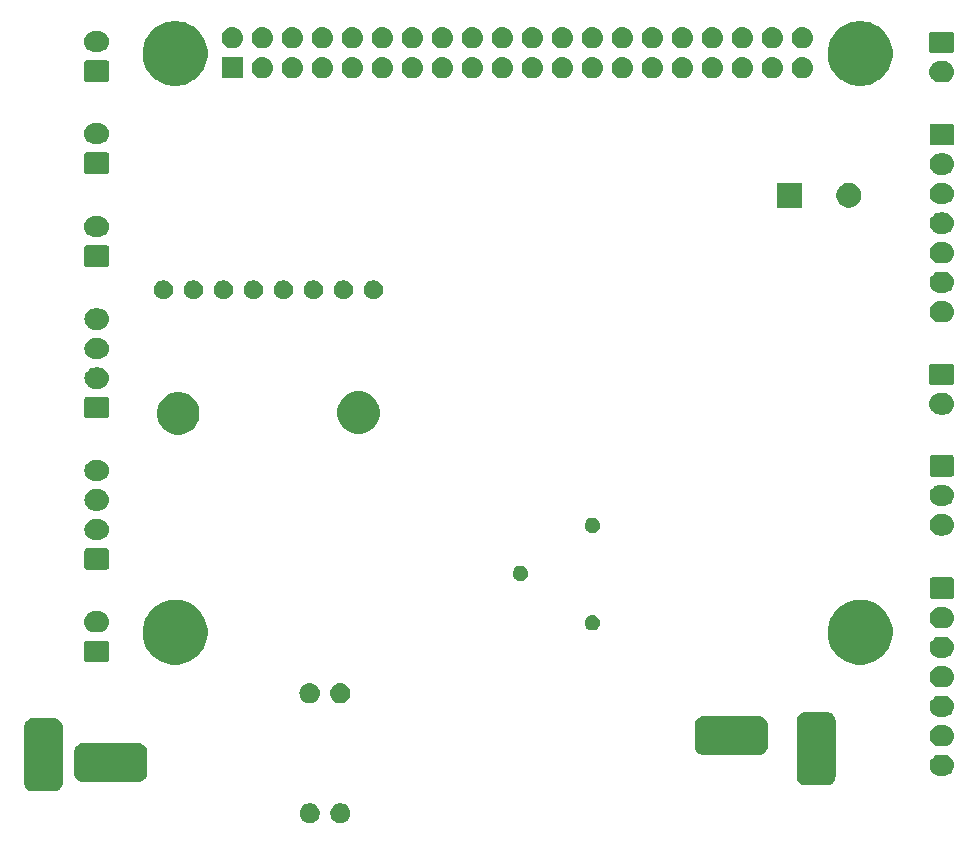
<source format=gbs>
G04 #@! TF.GenerationSoftware,KiCad,Pcbnew,5.1.2-f72e74a~84~ubuntu16.04.1*
G04 #@! TF.CreationDate,2019-08-19T17:24:30+09:00*
G04 #@! TF.ProjectId,MD&SubCPU-ver2.0,4d442653-7562-4435-9055-2d766572322e,rev?*
G04 #@! TF.SameCoordinates,Original*
G04 #@! TF.FileFunction,Soldermask,Bot*
G04 #@! TF.FilePolarity,Negative*
%FSLAX46Y46*%
G04 Gerber Fmt 4.6, Leading zero omitted, Abs format (unit mm)*
G04 Created by KiCad (PCBNEW 5.1.2-f72e74a~84~ubuntu16.04.1) date 2019-08-19 17:24:30*
%MOMM*%
%LPD*%
G04 APERTURE LIST*
%ADD10C,0.100000*%
G04 APERTURE END LIST*
D10*
G36*
X72892228Y-134182703D02*
G01*
X73047100Y-134246853D01*
X73186481Y-134339985D01*
X73305015Y-134458519D01*
X73398147Y-134597900D01*
X73462297Y-134752772D01*
X73495000Y-134917184D01*
X73495000Y-135084816D01*
X73462297Y-135249228D01*
X73398147Y-135404100D01*
X73305015Y-135543481D01*
X73186481Y-135662015D01*
X73047100Y-135755147D01*
X72892228Y-135819297D01*
X72727816Y-135852000D01*
X72560184Y-135852000D01*
X72395772Y-135819297D01*
X72240900Y-135755147D01*
X72101519Y-135662015D01*
X71982985Y-135543481D01*
X71889853Y-135404100D01*
X71825703Y-135249228D01*
X71793000Y-135084816D01*
X71793000Y-134917184D01*
X71825703Y-134752772D01*
X71889853Y-134597900D01*
X71982985Y-134458519D01*
X72101519Y-134339985D01*
X72240900Y-134246853D01*
X72395772Y-134182703D01*
X72560184Y-134150000D01*
X72727816Y-134150000D01*
X72892228Y-134182703D01*
X72892228Y-134182703D01*
G37*
G36*
X70288728Y-134182703D02*
G01*
X70443600Y-134246853D01*
X70582981Y-134339985D01*
X70701515Y-134458519D01*
X70794647Y-134597900D01*
X70858797Y-134752772D01*
X70891500Y-134917184D01*
X70891500Y-135084816D01*
X70858797Y-135249228D01*
X70794647Y-135404100D01*
X70701515Y-135543481D01*
X70582981Y-135662015D01*
X70443600Y-135755147D01*
X70288728Y-135819297D01*
X70124316Y-135852000D01*
X69956684Y-135852000D01*
X69792272Y-135819297D01*
X69637400Y-135755147D01*
X69498019Y-135662015D01*
X69379485Y-135543481D01*
X69286353Y-135404100D01*
X69222203Y-135249228D01*
X69189500Y-135084816D01*
X69189500Y-134917184D01*
X69222203Y-134752772D01*
X69286353Y-134597900D01*
X69379485Y-134458519D01*
X69498019Y-134339985D01*
X69637400Y-134246853D01*
X69792272Y-134182703D01*
X69956684Y-134150000D01*
X70124316Y-134150000D01*
X70288728Y-134182703D01*
X70288728Y-134182703D01*
G37*
G36*
X48532882Y-126954824D02*
G01*
X48675615Y-126998122D01*
X48807149Y-127068428D01*
X48922448Y-127163052D01*
X49017072Y-127278351D01*
X49087378Y-127409885D01*
X49130676Y-127552618D01*
X49145900Y-127707190D01*
X49145900Y-132388810D01*
X49130676Y-132543382D01*
X49087378Y-132686115D01*
X49017072Y-132817649D01*
X48922448Y-132932948D01*
X48807149Y-133027572D01*
X48675615Y-133097878D01*
X48532882Y-133141176D01*
X48378310Y-133156400D01*
X46617690Y-133156400D01*
X46463118Y-133141176D01*
X46320385Y-133097878D01*
X46188851Y-133027572D01*
X46073552Y-132932948D01*
X45978928Y-132817649D01*
X45908622Y-132686115D01*
X45865324Y-132543382D01*
X45850100Y-132388810D01*
X45850100Y-127707190D01*
X45865324Y-127552618D01*
X45908622Y-127409885D01*
X45978928Y-127278351D01*
X46073552Y-127163052D01*
X46188851Y-127068428D01*
X46320385Y-126998122D01*
X46463118Y-126954824D01*
X46617690Y-126939600D01*
X48378310Y-126939600D01*
X48532882Y-126954824D01*
X48532882Y-126954824D01*
G37*
G36*
X113963282Y-126436664D02*
G01*
X114106015Y-126479962D01*
X114237549Y-126550268D01*
X114352848Y-126644892D01*
X114447472Y-126760191D01*
X114517778Y-126891725D01*
X114561076Y-127034458D01*
X114576300Y-127189030D01*
X114576300Y-131870650D01*
X114561076Y-132025222D01*
X114517778Y-132167955D01*
X114447472Y-132299489D01*
X114352848Y-132414788D01*
X114237549Y-132509412D01*
X114106015Y-132579718D01*
X113963282Y-132623016D01*
X113808710Y-132638240D01*
X112048090Y-132638240D01*
X111893518Y-132623016D01*
X111750785Y-132579718D01*
X111619251Y-132509412D01*
X111503952Y-132414788D01*
X111409328Y-132299489D01*
X111339022Y-132167955D01*
X111295724Y-132025222D01*
X111280500Y-131870650D01*
X111280500Y-127189030D01*
X111295724Y-127034458D01*
X111339022Y-126891725D01*
X111409328Y-126760191D01*
X111503952Y-126644892D01*
X111619251Y-126550268D01*
X111750785Y-126479962D01*
X111893518Y-126436664D01*
X112048090Y-126421440D01*
X113808710Y-126421440D01*
X113963282Y-126436664D01*
X113963282Y-126436664D01*
G37*
G36*
X55691742Y-129065564D02*
G01*
X55834475Y-129108862D01*
X55966009Y-129179168D01*
X56081308Y-129273792D01*
X56175932Y-129389091D01*
X56246238Y-129520625D01*
X56289536Y-129663358D01*
X56304760Y-129817930D01*
X56304760Y-131578550D01*
X56289536Y-131733122D01*
X56246238Y-131875855D01*
X56175932Y-132007389D01*
X56081308Y-132122688D01*
X55966009Y-132217312D01*
X55834475Y-132287618D01*
X55691742Y-132330916D01*
X55537170Y-132346140D01*
X50855550Y-132346140D01*
X50700978Y-132330916D01*
X50558245Y-132287618D01*
X50426711Y-132217312D01*
X50311412Y-132122688D01*
X50216788Y-132007389D01*
X50146482Y-131875855D01*
X50103184Y-131733122D01*
X50087960Y-131578550D01*
X50087960Y-129817930D01*
X50103184Y-129663358D01*
X50146482Y-129520625D01*
X50216788Y-129389091D01*
X50311412Y-129273792D01*
X50426711Y-129179168D01*
X50558245Y-129108862D01*
X50700978Y-129065564D01*
X50855550Y-129050340D01*
X55537170Y-129050340D01*
X55691742Y-129065564D01*
X55691742Y-129065564D01*
G37*
G36*
X123793742Y-130043818D02*
G01*
X123859927Y-130050337D01*
X124029766Y-130101857D01*
X124186291Y-130185522D01*
X124222029Y-130214852D01*
X124323486Y-130298114D01*
X124406748Y-130399571D01*
X124436078Y-130435309D01*
X124519743Y-130591834D01*
X124571263Y-130761673D01*
X124588659Y-130938300D01*
X124571263Y-131114927D01*
X124519743Y-131284766D01*
X124436078Y-131441291D01*
X124406748Y-131477029D01*
X124323486Y-131578486D01*
X124222029Y-131661748D01*
X124186291Y-131691078D01*
X124029766Y-131774743D01*
X123859927Y-131826263D01*
X123793743Y-131832781D01*
X123727560Y-131839300D01*
X123389040Y-131839300D01*
X123322857Y-131832781D01*
X123256673Y-131826263D01*
X123086834Y-131774743D01*
X122930309Y-131691078D01*
X122894571Y-131661748D01*
X122793114Y-131578486D01*
X122709852Y-131477029D01*
X122680522Y-131441291D01*
X122596857Y-131284766D01*
X122545337Y-131114927D01*
X122527941Y-130938300D01*
X122545337Y-130761673D01*
X122596857Y-130591834D01*
X122680522Y-130435309D01*
X122709852Y-130399571D01*
X122793114Y-130298114D01*
X122894571Y-130214852D01*
X122930309Y-130185522D01*
X123086834Y-130101857D01*
X123256673Y-130050337D01*
X123322858Y-130043818D01*
X123389040Y-130037300D01*
X123727560Y-130037300D01*
X123793742Y-130043818D01*
X123793742Y-130043818D01*
G37*
G36*
X108235582Y-126789724D02*
G01*
X108378315Y-126833022D01*
X108509849Y-126903328D01*
X108625148Y-126997952D01*
X108719772Y-127113251D01*
X108790078Y-127244785D01*
X108833376Y-127387518D01*
X108848600Y-127542090D01*
X108848600Y-129302710D01*
X108833376Y-129457282D01*
X108790078Y-129600015D01*
X108719772Y-129731549D01*
X108625148Y-129846848D01*
X108509849Y-129941472D01*
X108378315Y-130011778D01*
X108235582Y-130055076D01*
X108081010Y-130070300D01*
X103399390Y-130070300D01*
X103244818Y-130055076D01*
X103102085Y-130011778D01*
X102970551Y-129941472D01*
X102855252Y-129846848D01*
X102760628Y-129731549D01*
X102690322Y-129600015D01*
X102647024Y-129457282D01*
X102631800Y-129302710D01*
X102631800Y-127542090D01*
X102647024Y-127387518D01*
X102690322Y-127244785D01*
X102760628Y-127113251D01*
X102855252Y-126997952D01*
X102970551Y-126903328D01*
X103102085Y-126833022D01*
X103244818Y-126789724D01*
X103399390Y-126774500D01*
X108081010Y-126774500D01*
X108235582Y-126789724D01*
X108235582Y-126789724D01*
G37*
G36*
X123793743Y-127543819D02*
G01*
X123859927Y-127550337D01*
X124029766Y-127601857D01*
X124186291Y-127685522D01*
X124212693Y-127707190D01*
X124323486Y-127798114D01*
X124406748Y-127899571D01*
X124436078Y-127935309D01*
X124519743Y-128091834D01*
X124571263Y-128261673D01*
X124588659Y-128438300D01*
X124571263Y-128614927D01*
X124519743Y-128784766D01*
X124436078Y-128941291D01*
X124406748Y-128977029D01*
X124323486Y-129078486D01*
X124222029Y-129161748D01*
X124186291Y-129191078D01*
X124029766Y-129274743D01*
X123859927Y-129326263D01*
X123793742Y-129332782D01*
X123727560Y-129339300D01*
X123389040Y-129339300D01*
X123322858Y-129332782D01*
X123256673Y-129326263D01*
X123086834Y-129274743D01*
X122930309Y-129191078D01*
X122894571Y-129161748D01*
X122793114Y-129078486D01*
X122709852Y-128977029D01*
X122680522Y-128941291D01*
X122596857Y-128784766D01*
X122545337Y-128614927D01*
X122527941Y-128438300D01*
X122545337Y-128261673D01*
X122596857Y-128091834D01*
X122680522Y-127935309D01*
X122709852Y-127899571D01*
X122793114Y-127798114D01*
X122903907Y-127707190D01*
X122930309Y-127685522D01*
X123086834Y-127601857D01*
X123256673Y-127550337D01*
X123322857Y-127543819D01*
X123389040Y-127537300D01*
X123727560Y-127537300D01*
X123793743Y-127543819D01*
X123793743Y-127543819D01*
G37*
G36*
X123793742Y-125043818D02*
G01*
X123859927Y-125050337D01*
X124029766Y-125101857D01*
X124186291Y-125185522D01*
X124222029Y-125214852D01*
X124323486Y-125298114D01*
X124406748Y-125399571D01*
X124436078Y-125435309D01*
X124519743Y-125591834D01*
X124571263Y-125761673D01*
X124588659Y-125938300D01*
X124571263Y-126114927D01*
X124519743Y-126284766D01*
X124436078Y-126441291D01*
X124406748Y-126477029D01*
X124323486Y-126578486D01*
X124222029Y-126661748D01*
X124186291Y-126691078D01*
X124029766Y-126774743D01*
X123859927Y-126826263D01*
X123793742Y-126832782D01*
X123727560Y-126839300D01*
X123389040Y-126839300D01*
X123322858Y-126832782D01*
X123256673Y-126826263D01*
X123086834Y-126774743D01*
X122930309Y-126691078D01*
X122894571Y-126661748D01*
X122793114Y-126578486D01*
X122709852Y-126477029D01*
X122680522Y-126441291D01*
X122596857Y-126284766D01*
X122545337Y-126114927D01*
X122527941Y-125938300D01*
X122545337Y-125761673D01*
X122596857Y-125591834D01*
X122680522Y-125435309D01*
X122709852Y-125399571D01*
X122793114Y-125298114D01*
X122894571Y-125214852D01*
X122930309Y-125185522D01*
X123086834Y-125101857D01*
X123256673Y-125050337D01*
X123322858Y-125043818D01*
X123389040Y-125037300D01*
X123727560Y-125037300D01*
X123793742Y-125043818D01*
X123793742Y-125043818D01*
G37*
G36*
X72810823Y-124002313D02*
G01*
X72971242Y-124050976D01*
X73103906Y-124121886D01*
X73119078Y-124129996D01*
X73248659Y-124236341D01*
X73355004Y-124365922D01*
X73355005Y-124365924D01*
X73434024Y-124513758D01*
X73482687Y-124674177D01*
X73499117Y-124841000D01*
X73482687Y-125007823D01*
X73434024Y-125168242D01*
X73364606Y-125298114D01*
X73355004Y-125316078D01*
X73248659Y-125445659D01*
X73119078Y-125552004D01*
X73119076Y-125552005D01*
X72971242Y-125631024D01*
X72810823Y-125679687D01*
X72685804Y-125692000D01*
X72602196Y-125692000D01*
X72477177Y-125679687D01*
X72316758Y-125631024D01*
X72168924Y-125552005D01*
X72168922Y-125552004D01*
X72039341Y-125445659D01*
X71932996Y-125316078D01*
X71923394Y-125298114D01*
X71853976Y-125168242D01*
X71805313Y-125007823D01*
X71788883Y-124841000D01*
X71805313Y-124674177D01*
X71853976Y-124513758D01*
X71932995Y-124365924D01*
X71932996Y-124365922D01*
X72039341Y-124236341D01*
X72168922Y-124129996D01*
X72184094Y-124121886D01*
X72316758Y-124050976D01*
X72477177Y-124002313D01*
X72602196Y-123990000D01*
X72685804Y-123990000D01*
X72810823Y-124002313D01*
X72810823Y-124002313D01*
G37*
G36*
X70207323Y-124002313D02*
G01*
X70367742Y-124050976D01*
X70500406Y-124121886D01*
X70515578Y-124129996D01*
X70645159Y-124236341D01*
X70751504Y-124365922D01*
X70751505Y-124365924D01*
X70830524Y-124513758D01*
X70879187Y-124674177D01*
X70895617Y-124841000D01*
X70879187Y-125007823D01*
X70830524Y-125168242D01*
X70761106Y-125298114D01*
X70751504Y-125316078D01*
X70645159Y-125445659D01*
X70515578Y-125552004D01*
X70515576Y-125552005D01*
X70367742Y-125631024D01*
X70207323Y-125679687D01*
X70082304Y-125692000D01*
X69998696Y-125692000D01*
X69873677Y-125679687D01*
X69713258Y-125631024D01*
X69565424Y-125552005D01*
X69565422Y-125552004D01*
X69435841Y-125445659D01*
X69329496Y-125316078D01*
X69319894Y-125298114D01*
X69250476Y-125168242D01*
X69201813Y-125007823D01*
X69185383Y-124841000D01*
X69201813Y-124674177D01*
X69250476Y-124513758D01*
X69329495Y-124365924D01*
X69329496Y-124365922D01*
X69435841Y-124236341D01*
X69565422Y-124129996D01*
X69580594Y-124121886D01*
X69713258Y-124050976D01*
X69873677Y-124002313D01*
X69998696Y-123990000D01*
X70082304Y-123990000D01*
X70207323Y-124002313D01*
X70207323Y-124002313D01*
G37*
G36*
X123793742Y-122543818D02*
G01*
X123859927Y-122550337D01*
X124029766Y-122601857D01*
X124186291Y-122685522D01*
X124222029Y-122714852D01*
X124323486Y-122798114D01*
X124406748Y-122899571D01*
X124436078Y-122935309D01*
X124519743Y-123091834D01*
X124571263Y-123261673D01*
X124588659Y-123438300D01*
X124571263Y-123614927D01*
X124519743Y-123784766D01*
X124436078Y-123941291D01*
X124406748Y-123977029D01*
X124323486Y-124078486D01*
X124222029Y-124161748D01*
X124186291Y-124191078D01*
X124029766Y-124274743D01*
X123859927Y-124326263D01*
X123793742Y-124332782D01*
X123727560Y-124339300D01*
X123389040Y-124339300D01*
X123322858Y-124332782D01*
X123256673Y-124326263D01*
X123086834Y-124274743D01*
X122930309Y-124191078D01*
X122894571Y-124161748D01*
X122793114Y-124078486D01*
X122709852Y-123977029D01*
X122680522Y-123941291D01*
X122596857Y-123784766D01*
X122545337Y-123614927D01*
X122527941Y-123438300D01*
X122545337Y-123261673D01*
X122596857Y-123091834D01*
X122680522Y-122935309D01*
X122709852Y-122899571D01*
X122793114Y-122798114D01*
X122894571Y-122714852D01*
X122930309Y-122685522D01*
X123086834Y-122601857D01*
X123256673Y-122550337D01*
X123322858Y-122543818D01*
X123389040Y-122537300D01*
X123727560Y-122537300D01*
X123793742Y-122543818D01*
X123793742Y-122543818D01*
G37*
G36*
X117185693Y-116971859D02*
G01*
X117451437Y-117024719D01*
X117952087Y-117232095D01*
X118132561Y-117352684D01*
X118402660Y-117533158D01*
X118785842Y-117916340D01*
X118966316Y-118186439D01*
X119086905Y-118366913D01*
X119294281Y-118867563D01*
X119308946Y-118941289D01*
X119400000Y-119399049D01*
X119400000Y-119940951D01*
X119364186Y-120121000D01*
X119294281Y-120472437D01*
X119086905Y-120973087D01*
X119030521Y-121057471D01*
X118785842Y-121423660D01*
X118402660Y-121806842D01*
X118154437Y-121972699D01*
X117952087Y-122107905D01*
X117451437Y-122315281D01*
X117185693Y-122368141D01*
X116919951Y-122421000D01*
X116378049Y-122421000D01*
X116112307Y-122368141D01*
X115846563Y-122315281D01*
X115345913Y-122107905D01*
X115143563Y-121972699D01*
X114895340Y-121806842D01*
X114512158Y-121423660D01*
X114267479Y-121057471D01*
X114211095Y-120973087D01*
X114003719Y-120472437D01*
X113933814Y-120121000D01*
X113898000Y-119940951D01*
X113898000Y-119399049D01*
X113989054Y-118941289D01*
X114003719Y-118867563D01*
X114211095Y-118366913D01*
X114331684Y-118186439D01*
X114512158Y-117916340D01*
X114895340Y-117533158D01*
X115165439Y-117352684D01*
X115345913Y-117232095D01*
X115846563Y-117024719D01*
X116112307Y-116971859D01*
X116378049Y-116919000D01*
X116919951Y-116919000D01*
X117185693Y-116971859D01*
X117185693Y-116971859D01*
G37*
G36*
X59185693Y-116971859D02*
G01*
X59451437Y-117024719D01*
X59952087Y-117232095D01*
X60132561Y-117352684D01*
X60402660Y-117533158D01*
X60785842Y-117916340D01*
X60966316Y-118186439D01*
X61086905Y-118366913D01*
X61294281Y-118867563D01*
X61308946Y-118941289D01*
X61400000Y-119399049D01*
X61400000Y-119940951D01*
X61364186Y-120121000D01*
X61294281Y-120472437D01*
X61086905Y-120973087D01*
X61030521Y-121057471D01*
X60785842Y-121423660D01*
X60402660Y-121806842D01*
X60154437Y-121972699D01*
X59952087Y-122107905D01*
X59451437Y-122315281D01*
X59185693Y-122368141D01*
X58919951Y-122421000D01*
X58378049Y-122421000D01*
X58112307Y-122368141D01*
X57846563Y-122315281D01*
X57345913Y-122107905D01*
X57143563Y-121972699D01*
X56895340Y-121806842D01*
X56512158Y-121423660D01*
X56267479Y-121057471D01*
X56211095Y-120973087D01*
X56003719Y-120472437D01*
X55933814Y-120121000D01*
X55898000Y-119940951D01*
X55898000Y-119399049D01*
X55989054Y-118941289D01*
X56003719Y-118867563D01*
X56211095Y-118366913D01*
X56331684Y-118186439D01*
X56512158Y-117916340D01*
X56895340Y-117533158D01*
X57165439Y-117352684D01*
X57345913Y-117232095D01*
X57846563Y-117024719D01*
X58112307Y-116971859D01*
X58378049Y-116919000D01*
X58919951Y-116919000D01*
X59185693Y-116971859D01*
X59185693Y-116971859D01*
G37*
G36*
X52915100Y-120387989D02*
G01*
X52948152Y-120398015D01*
X52978603Y-120414292D01*
X53005299Y-120436201D01*
X53027208Y-120462897D01*
X53043485Y-120493348D01*
X53053511Y-120526400D01*
X53057500Y-120566903D01*
X53057500Y-122003097D01*
X53053511Y-122043600D01*
X53043485Y-122076652D01*
X53027208Y-122107103D01*
X53005299Y-122133799D01*
X52978603Y-122155708D01*
X52948152Y-122171985D01*
X52915100Y-122182011D01*
X52874597Y-122186000D01*
X51138403Y-122186000D01*
X51097900Y-122182011D01*
X51064848Y-122171985D01*
X51034397Y-122155708D01*
X51007701Y-122133799D01*
X50985792Y-122107103D01*
X50969515Y-122076652D01*
X50959489Y-122043600D01*
X50955500Y-122003097D01*
X50955500Y-120566903D01*
X50959489Y-120526400D01*
X50969515Y-120493348D01*
X50985792Y-120462897D01*
X51007701Y-120436201D01*
X51034397Y-120414292D01*
X51064848Y-120398015D01*
X51097900Y-120387989D01*
X51138403Y-120384000D01*
X52874597Y-120384000D01*
X52915100Y-120387989D01*
X52915100Y-120387989D01*
G37*
G36*
X123793743Y-120043819D02*
G01*
X123859927Y-120050337D01*
X124029766Y-120101857D01*
X124186291Y-120185522D01*
X124222029Y-120214852D01*
X124323486Y-120298114D01*
X124405471Y-120398015D01*
X124436078Y-120435309D01*
X124519743Y-120591834D01*
X124571263Y-120761673D01*
X124588659Y-120938300D01*
X124571263Y-121114927D01*
X124519743Y-121284766D01*
X124436078Y-121441291D01*
X124427121Y-121452205D01*
X124323486Y-121578486D01*
X124235638Y-121650580D01*
X124186291Y-121691078D01*
X124029766Y-121774743D01*
X123859927Y-121826263D01*
X123793743Y-121832781D01*
X123727560Y-121839300D01*
X123389040Y-121839300D01*
X123322857Y-121832781D01*
X123256673Y-121826263D01*
X123086834Y-121774743D01*
X122930309Y-121691078D01*
X122880962Y-121650580D01*
X122793114Y-121578486D01*
X122689479Y-121452205D01*
X122680522Y-121441291D01*
X122596857Y-121284766D01*
X122545337Y-121114927D01*
X122527941Y-120938300D01*
X122545337Y-120761673D01*
X122596857Y-120591834D01*
X122680522Y-120435309D01*
X122711129Y-120398015D01*
X122793114Y-120298114D01*
X122894571Y-120214852D01*
X122930309Y-120185522D01*
X123086834Y-120101857D01*
X123256673Y-120050337D01*
X123322857Y-120043819D01*
X123389040Y-120037300D01*
X123727560Y-120037300D01*
X123793743Y-120043819D01*
X123793743Y-120043819D01*
G37*
G36*
X52266942Y-117890518D02*
G01*
X52333127Y-117897037D01*
X52502966Y-117948557D01*
X52502968Y-117948558D01*
X52581228Y-117990389D01*
X52659491Y-118032222D01*
X52674660Y-118044671D01*
X52796686Y-118144814D01*
X52859209Y-118221000D01*
X52909278Y-118282009D01*
X52992943Y-118438534D01*
X53044463Y-118608373D01*
X53061859Y-118785000D01*
X53044463Y-118961627D01*
X52992943Y-119131466D01*
X52909278Y-119287991D01*
X52883266Y-119319686D01*
X52796686Y-119425186D01*
X52707981Y-119497983D01*
X52659491Y-119537778D01*
X52502966Y-119621443D01*
X52333127Y-119672963D01*
X52266942Y-119679482D01*
X52200760Y-119686000D01*
X51812240Y-119686000D01*
X51746058Y-119679482D01*
X51679873Y-119672963D01*
X51510034Y-119621443D01*
X51353509Y-119537778D01*
X51305019Y-119497983D01*
X51216314Y-119425186D01*
X51129734Y-119319686D01*
X51103722Y-119287991D01*
X51020057Y-119131466D01*
X50968537Y-118961627D01*
X50951141Y-118785000D01*
X50968537Y-118608373D01*
X51020057Y-118438534D01*
X51103722Y-118282009D01*
X51153791Y-118221000D01*
X51216314Y-118144814D01*
X51338340Y-118044671D01*
X51353509Y-118032222D01*
X51431772Y-117990389D01*
X51510032Y-117948558D01*
X51510034Y-117948557D01*
X51679873Y-117897037D01*
X51746058Y-117890518D01*
X51812240Y-117884000D01*
X52200760Y-117884000D01*
X52266942Y-117890518D01*
X52266942Y-117890518D01*
G37*
G36*
X94169890Y-118246017D02*
G01*
X94256787Y-118282011D01*
X94288364Y-118295091D01*
X94394988Y-118366335D01*
X94485665Y-118457012D01*
X94556910Y-118563638D01*
X94605983Y-118682110D01*
X94631000Y-118807881D01*
X94631000Y-118936119D01*
X94605983Y-119061890D01*
X94577164Y-119131466D01*
X94556909Y-119180364D01*
X94485665Y-119286988D01*
X94394988Y-119377665D01*
X94288364Y-119448909D01*
X94288363Y-119448910D01*
X94288362Y-119448910D01*
X94169890Y-119497983D01*
X94044119Y-119523000D01*
X93915881Y-119523000D01*
X93790110Y-119497983D01*
X93671638Y-119448910D01*
X93671637Y-119448910D01*
X93671636Y-119448909D01*
X93565012Y-119377665D01*
X93474335Y-119286988D01*
X93403091Y-119180364D01*
X93382837Y-119131466D01*
X93354017Y-119061890D01*
X93329000Y-118936119D01*
X93329000Y-118807881D01*
X93354017Y-118682110D01*
X93403090Y-118563638D01*
X93474335Y-118457012D01*
X93565012Y-118366335D01*
X93671636Y-118295091D01*
X93703214Y-118282011D01*
X93790110Y-118246017D01*
X93915881Y-118221000D01*
X94044119Y-118221000D01*
X94169890Y-118246017D01*
X94169890Y-118246017D01*
G37*
G36*
X123793742Y-117543818D02*
G01*
X123859927Y-117550337D01*
X124029766Y-117601857D01*
X124186291Y-117685522D01*
X124222029Y-117714852D01*
X124323486Y-117798114D01*
X124397084Y-117887795D01*
X124436078Y-117935309D01*
X124519743Y-118091834D01*
X124571263Y-118261673D01*
X124588659Y-118438300D01*
X124571263Y-118614927D01*
X124519743Y-118784766D01*
X124436078Y-118941291D01*
X124406748Y-118977029D01*
X124323486Y-119078486D01*
X124222029Y-119161748D01*
X124186291Y-119191078D01*
X124029766Y-119274743D01*
X123859927Y-119326263D01*
X123793742Y-119332782D01*
X123727560Y-119339300D01*
X123389040Y-119339300D01*
X123322858Y-119332782D01*
X123256673Y-119326263D01*
X123086834Y-119274743D01*
X122930309Y-119191078D01*
X122894571Y-119161748D01*
X122793114Y-119078486D01*
X122709852Y-118977029D01*
X122680522Y-118941291D01*
X122596857Y-118784766D01*
X122545337Y-118614927D01*
X122527941Y-118438300D01*
X122545337Y-118261673D01*
X122596857Y-118091834D01*
X122680522Y-117935309D01*
X122719516Y-117887795D01*
X122793114Y-117798114D01*
X122894571Y-117714852D01*
X122930309Y-117685522D01*
X123086834Y-117601857D01*
X123256673Y-117550337D01*
X123322858Y-117543818D01*
X123389040Y-117537300D01*
X123727560Y-117537300D01*
X123793742Y-117543818D01*
X123793742Y-117543818D01*
G37*
G36*
X124441900Y-115041289D02*
G01*
X124474952Y-115051315D01*
X124505403Y-115067592D01*
X124532099Y-115089501D01*
X124554008Y-115116197D01*
X124570285Y-115146648D01*
X124580311Y-115179700D01*
X124584300Y-115220203D01*
X124584300Y-116656397D01*
X124580311Y-116696900D01*
X124570285Y-116729952D01*
X124554008Y-116760403D01*
X124532099Y-116787099D01*
X124505403Y-116809008D01*
X124474952Y-116825285D01*
X124441900Y-116835311D01*
X124401397Y-116839300D01*
X122715203Y-116839300D01*
X122674700Y-116835311D01*
X122641648Y-116825285D01*
X122611197Y-116809008D01*
X122584501Y-116787099D01*
X122562592Y-116760403D01*
X122546315Y-116729952D01*
X122536289Y-116696900D01*
X122532300Y-116656397D01*
X122532300Y-115220203D01*
X122536289Y-115179700D01*
X122546315Y-115146648D01*
X122562592Y-115116197D01*
X122584501Y-115089501D01*
X122611197Y-115067592D01*
X122641648Y-115051315D01*
X122674700Y-115041289D01*
X122715203Y-115037300D01*
X124401397Y-115037300D01*
X124441900Y-115041289D01*
X124441900Y-115041289D01*
G37*
G36*
X88073890Y-114055017D02*
G01*
X88192364Y-114104091D01*
X88298988Y-114175335D01*
X88389665Y-114266012D01*
X88460909Y-114372636D01*
X88509983Y-114491110D01*
X88535000Y-114616882D01*
X88535000Y-114745118D01*
X88509983Y-114870890D01*
X88460909Y-114989364D01*
X88389665Y-115095988D01*
X88298988Y-115186665D01*
X88192364Y-115257909D01*
X88192363Y-115257910D01*
X88192362Y-115257910D01*
X88073890Y-115306983D01*
X87948119Y-115332000D01*
X87819881Y-115332000D01*
X87694110Y-115306983D01*
X87575638Y-115257910D01*
X87575637Y-115257910D01*
X87575636Y-115257909D01*
X87469012Y-115186665D01*
X87378335Y-115095988D01*
X87307091Y-114989364D01*
X87258017Y-114870890D01*
X87233000Y-114745118D01*
X87233000Y-114616882D01*
X87258017Y-114491110D01*
X87307091Y-114372636D01*
X87378335Y-114266012D01*
X87469012Y-114175335D01*
X87575636Y-114104091D01*
X87694110Y-114055017D01*
X87819881Y-114030000D01*
X87948119Y-114030000D01*
X88073890Y-114055017D01*
X88073890Y-114055017D01*
G37*
G36*
X52890100Y-112577489D02*
G01*
X52923152Y-112587515D01*
X52953603Y-112603792D01*
X52980299Y-112625701D01*
X53002208Y-112652397D01*
X53018485Y-112682848D01*
X53028511Y-112715900D01*
X53032500Y-112756403D01*
X53032500Y-114192597D01*
X53028511Y-114233100D01*
X53018485Y-114266152D01*
X53002208Y-114296603D01*
X52980299Y-114323299D01*
X52953603Y-114345208D01*
X52923152Y-114361485D01*
X52890100Y-114371511D01*
X52849597Y-114375500D01*
X51163403Y-114375500D01*
X51122900Y-114371511D01*
X51089848Y-114361485D01*
X51059397Y-114345208D01*
X51032701Y-114323299D01*
X51010792Y-114296603D01*
X50994515Y-114266152D01*
X50984489Y-114233100D01*
X50980500Y-114192597D01*
X50980500Y-112756403D01*
X50984489Y-112715900D01*
X50994515Y-112682848D01*
X51010792Y-112652397D01*
X51032701Y-112625701D01*
X51059397Y-112603792D01*
X51089848Y-112587515D01*
X51122900Y-112577489D01*
X51163403Y-112573500D01*
X52849597Y-112573500D01*
X52890100Y-112577489D01*
X52890100Y-112577489D01*
G37*
G36*
X52241943Y-110080019D02*
G01*
X52308127Y-110086537D01*
X52477966Y-110138057D01*
X52634491Y-110221722D01*
X52658388Y-110241334D01*
X52771686Y-110334314D01*
X52854948Y-110435771D01*
X52884278Y-110471509D01*
X52967943Y-110628034D01*
X53019463Y-110797873D01*
X53036859Y-110974500D01*
X53019463Y-111151127D01*
X52967943Y-111320966D01*
X52884278Y-111477491D01*
X52854948Y-111513229D01*
X52771686Y-111614686D01*
X52670229Y-111697948D01*
X52634491Y-111727278D01*
X52477966Y-111810943D01*
X52308127Y-111862463D01*
X52241942Y-111868982D01*
X52175760Y-111875500D01*
X51837240Y-111875500D01*
X51771058Y-111868982D01*
X51704873Y-111862463D01*
X51535034Y-111810943D01*
X51378509Y-111727278D01*
X51342771Y-111697948D01*
X51241314Y-111614686D01*
X51158052Y-111513229D01*
X51128722Y-111477491D01*
X51045057Y-111320966D01*
X50993537Y-111151127D01*
X50976141Y-110974500D01*
X50993537Y-110797873D01*
X51045057Y-110628034D01*
X51128722Y-110471509D01*
X51158052Y-110435771D01*
X51241314Y-110334314D01*
X51354612Y-110241334D01*
X51378509Y-110221722D01*
X51535034Y-110138057D01*
X51704873Y-110086537D01*
X51771057Y-110080019D01*
X51837240Y-110073500D01*
X52175760Y-110073500D01*
X52241943Y-110080019D01*
X52241943Y-110080019D01*
G37*
G36*
X123793743Y-109693319D02*
G01*
X123859927Y-109699837D01*
X124029766Y-109751357D01*
X124186291Y-109835022D01*
X124222029Y-109864352D01*
X124323486Y-109947614D01*
X124399378Y-110040090D01*
X124436078Y-110084809D01*
X124519743Y-110241334D01*
X124571263Y-110411173D01*
X124588659Y-110587800D01*
X124571263Y-110764427D01*
X124519743Y-110934266D01*
X124436078Y-111090791D01*
X124409919Y-111122665D01*
X124323486Y-111227986D01*
X124222029Y-111311248D01*
X124186291Y-111340578D01*
X124029766Y-111424243D01*
X123859927Y-111475763D01*
X123793743Y-111482281D01*
X123727560Y-111488800D01*
X123389040Y-111488800D01*
X123322857Y-111482281D01*
X123256673Y-111475763D01*
X123086834Y-111424243D01*
X122930309Y-111340578D01*
X122894571Y-111311248D01*
X122793114Y-111227986D01*
X122706681Y-111122665D01*
X122680522Y-111090791D01*
X122596857Y-110934266D01*
X122545337Y-110764427D01*
X122527941Y-110587800D01*
X122545337Y-110411173D01*
X122596857Y-110241334D01*
X122680522Y-110084809D01*
X122717222Y-110040090D01*
X122793114Y-109947614D01*
X122894571Y-109864352D01*
X122930309Y-109835022D01*
X123086834Y-109751357D01*
X123256673Y-109699837D01*
X123322857Y-109693319D01*
X123389040Y-109686800D01*
X123727560Y-109686800D01*
X123793743Y-109693319D01*
X123793743Y-109693319D01*
G37*
G36*
X94169890Y-109991017D02*
G01*
X94288364Y-110040091D01*
X94394988Y-110111335D01*
X94485665Y-110202012D01*
X94556909Y-110308636D01*
X94605983Y-110427110D01*
X94631000Y-110552882D01*
X94631000Y-110681118D01*
X94605983Y-110806890D01*
X94556909Y-110925364D01*
X94485665Y-111031988D01*
X94394988Y-111122665D01*
X94288364Y-111193909D01*
X94288363Y-111193910D01*
X94288362Y-111193910D01*
X94169890Y-111242983D01*
X94044119Y-111268000D01*
X93915881Y-111268000D01*
X93790110Y-111242983D01*
X93671638Y-111193910D01*
X93671637Y-111193910D01*
X93671636Y-111193909D01*
X93565012Y-111122665D01*
X93474335Y-111031988D01*
X93403091Y-110925364D01*
X93354017Y-110806890D01*
X93329000Y-110681118D01*
X93329000Y-110552882D01*
X93354017Y-110427110D01*
X93403091Y-110308636D01*
X93474335Y-110202012D01*
X93565012Y-110111335D01*
X93671636Y-110040091D01*
X93790110Y-109991017D01*
X93915881Y-109966000D01*
X94044119Y-109966000D01*
X94169890Y-109991017D01*
X94169890Y-109991017D01*
G37*
G36*
X52241942Y-107580018D02*
G01*
X52308127Y-107586537D01*
X52477966Y-107638057D01*
X52634491Y-107721722D01*
X52658388Y-107741334D01*
X52771686Y-107834314D01*
X52834763Y-107911175D01*
X52884278Y-107971509D01*
X52967943Y-108128034D01*
X53019463Y-108297873D01*
X53036859Y-108474500D01*
X53019463Y-108651127D01*
X52967943Y-108820966D01*
X52884278Y-108977491D01*
X52854948Y-109013229D01*
X52771686Y-109114686D01*
X52670229Y-109197948D01*
X52634491Y-109227278D01*
X52477966Y-109310943D01*
X52308127Y-109362463D01*
X52241942Y-109368982D01*
X52175760Y-109375500D01*
X51837240Y-109375500D01*
X51771058Y-109368982D01*
X51704873Y-109362463D01*
X51535034Y-109310943D01*
X51378509Y-109227278D01*
X51342771Y-109197948D01*
X51241314Y-109114686D01*
X51158052Y-109013229D01*
X51128722Y-108977491D01*
X51045057Y-108820966D01*
X50993537Y-108651127D01*
X50976141Y-108474500D01*
X50993537Y-108297873D01*
X51045057Y-108128034D01*
X51128722Y-107971509D01*
X51178237Y-107911175D01*
X51241314Y-107834314D01*
X51354612Y-107741334D01*
X51378509Y-107721722D01*
X51535034Y-107638057D01*
X51704873Y-107586537D01*
X51771058Y-107580018D01*
X51837240Y-107573500D01*
X52175760Y-107573500D01*
X52241942Y-107580018D01*
X52241942Y-107580018D01*
G37*
G36*
X123793743Y-107193319D02*
G01*
X123859927Y-107199837D01*
X124029766Y-107251357D01*
X124186291Y-107335022D01*
X124222029Y-107364352D01*
X124323486Y-107447614D01*
X124406748Y-107549071D01*
X124436078Y-107584809D01*
X124519743Y-107741334D01*
X124571263Y-107911173D01*
X124588659Y-108087800D01*
X124571263Y-108264427D01*
X124519743Y-108434266D01*
X124436078Y-108590791D01*
X124406748Y-108626529D01*
X124323486Y-108727986D01*
X124222029Y-108811248D01*
X124186291Y-108840578D01*
X124029766Y-108924243D01*
X123859927Y-108975763D01*
X123793743Y-108982281D01*
X123727560Y-108988800D01*
X123389040Y-108988800D01*
X123322857Y-108982281D01*
X123256673Y-108975763D01*
X123086834Y-108924243D01*
X122930309Y-108840578D01*
X122894571Y-108811248D01*
X122793114Y-108727986D01*
X122709852Y-108626529D01*
X122680522Y-108590791D01*
X122596857Y-108434266D01*
X122545337Y-108264427D01*
X122527941Y-108087800D01*
X122545337Y-107911173D01*
X122596857Y-107741334D01*
X122680522Y-107584809D01*
X122709852Y-107549071D01*
X122793114Y-107447614D01*
X122894571Y-107364352D01*
X122930309Y-107335022D01*
X123086834Y-107251357D01*
X123256673Y-107199837D01*
X123322857Y-107193319D01*
X123389040Y-107186800D01*
X123727560Y-107186800D01*
X123793743Y-107193319D01*
X123793743Y-107193319D01*
G37*
G36*
X52241943Y-105080019D02*
G01*
X52308127Y-105086537D01*
X52477966Y-105138057D01*
X52634491Y-105221722D01*
X52670229Y-105251052D01*
X52771686Y-105334314D01*
X52854948Y-105435771D01*
X52884278Y-105471509D01*
X52967943Y-105628034D01*
X53019463Y-105797873D01*
X53036859Y-105974500D01*
X53019463Y-106151127D01*
X52967943Y-106320966D01*
X52884278Y-106477491D01*
X52854948Y-106513229D01*
X52771686Y-106614686D01*
X52670229Y-106697948D01*
X52634491Y-106727278D01*
X52477966Y-106810943D01*
X52308127Y-106862463D01*
X52241942Y-106868982D01*
X52175760Y-106875500D01*
X51837240Y-106875500D01*
X51771058Y-106868982D01*
X51704873Y-106862463D01*
X51535034Y-106810943D01*
X51378509Y-106727278D01*
X51342771Y-106697948D01*
X51241314Y-106614686D01*
X51158052Y-106513229D01*
X51128722Y-106477491D01*
X51045057Y-106320966D01*
X50993537Y-106151127D01*
X50976141Y-105974500D01*
X50993537Y-105797873D01*
X51045057Y-105628034D01*
X51128722Y-105471509D01*
X51158052Y-105435771D01*
X51241314Y-105334314D01*
X51342771Y-105251052D01*
X51378509Y-105221722D01*
X51535034Y-105138057D01*
X51704873Y-105086537D01*
X51771058Y-105080018D01*
X51837240Y-105073500D01*
X52175760Y-105073500D01*
X52241943Y-105080019D01*
X52241943Y-105080019D01*
G37*
G36*
X124441900Y-104690789D02*
G01*
X124474952Y-104700815D01*
X124505403Y-104717092D01*
X124532099Y-104739001D01*
X124554008Y-104765697D01*
X124570285Y-104796148D01*
X124580311Y-104829200D01*
X124584300Y-104869703D01*
X124584300Y-106305897D01*
X124580311Y-106346400D01*
X124570285Y-106379452D01*
X124554008Y-106409903D01*
X124532099Y-106436599D01*
X124505403Y-106458508D01*
X124474952Y-106474785D01*
X124441900Y-106484811D01*
X124401397Y-106488800D01*
X122715203Y-106488800D01*
X122674700Y-106484811D01*
X122641648Y-106474785D01*
X122611197Y-106458508D01*
X122584501Y-106436599D01*
X122562592Y-106409903D01*
X122546315Y-106379452D01*
X122536289Y-106346400D01*
X122532300Y-106305897D01*
X122532300Y-104869703D01*
X122536289Y-104829200D01*
X122546315Y-104796148D01*
X122562592Y-104765697D01*
X122584501Y-104739001D01*
X122611197Y-104717092D01*
X122641648Y-104700815D01*
X122674700Y-104690789D01*
X122715203Y-104686800D01*
X124401397Y-104686800D01*
X124441900Y-104690789D01*
X124441900Y-104690789D01*
G37*
G36*
X59429331Y-99406211D02*
G01*
X59757092Y-99541974D01*
X60052070Y-99739072D01*
X60302928Y-99989930D01*
X60500026Y-100284908D01*
X60635789Y-100612669D01*
X60705000Y-100960616D01*
X60705000Y-101315384D01*
X60635789Y-101663331D01*
X60500026Y-101991092D01*
X60302928Y-102286070D01*
X60052070Y-102536928D01*
X59757092Y-102734026D01*
X59429331Y-102869789D01*
X59081384Y-102939000D01*
X58726616Y-102939000D01*
X58378669Y-102869789D01*
X58050908Y-102734026D01*
X57755930Y-102536928D01*
X57505072Y-102286070D01*
X57307974Y-101991092D01*
X57172211Y-101663331D01*
X57103000Y-101315384D01*
X57103000Y-100960616D01*
X57172211Y-100612669D01*
X57307974Y-100284908D01*
X57505072Y-99989930D01*
X57755930Y-99739072D01*
X58050908Y-99541974D01*
X58378669Y-99406211D01*
X58726616Y-99337000D01*
X59081384Y-99337000D01*
X59429331Y-99406211D01*
X59429331Y-99406211D01*
G37*
G36*
X74709331Y-99346211D02*
G01*
X75037092Y-99481974D01*
X75332070Y-99679072D01*
X75582928Y-99929930D01*
X75780026Y-100224908D01*
X75915789Y-100552669D01*
X75985000Y-100900616D01*
X75985000Y-101255384D01*
X75915789Y-101603331D01*
X75780026Y-101931092D01*
X75582928Y-102226070D01*
X75332070Y-102476928D01*
X75037092Y-102674026D01*
X74709331Y-102809789D01*
X74361384Y-102879000D01*
X74006616Y-102879000D01*
X73658669Y-102809789D01*
X73330908Y-102674026D01*
X73035930Y-102476928D01*
X72785072Y-102226070D01*
X72587974Y-101931092D01*
X72452211Y-101603331D01*
X72383000Y-101255384D01*
X72383000Y-100900616D01*
X72452211Y-100552669D01*
X72587974Y-100224908D01*
X72785072Y-99929930D01*
X73035930Y-99679072D01*
X73330908Y-99481974D01*
X73658669Y-99346211D01*
X74006616Y-99277000D01*
X74361384Y-99277000D01*
X74709331Y-99346211D01*
X74709331Y-99346211D01*
G37*
G36*
X52890100Y-99757489D02*
G01*
X52923152Y-99767515D01*
X52953603Y-99783792D01*
X52980299Y-99805701D01*
X53002208Y-99832397D01*
X53018485Y-99862848D01*
X53028511Y-99895900D01*
X53032500Y-99936403D01*
X53032500Y-101372597D01*
X53028511Y-101413100D01*
X53018485Y-101446152D01*
X53002208Y-101476603D01*
X52980299Y-101503299D01*
X52953603Y-101525208D01*
X52923152Y-101541485D01*
X52890100Y-101551511D01*
X52849597Y-101555500D01*
X51163403Y-101555500D01*
X51122900Y-101551511D01*
X51089848Y-101541485D01*
X51059397Y-101525208D01*
X51032701Y-101503299D01*
X51010792Y-101476603D01*
X50994515Y-101446152D01*
X50984489Y-101413100D01*
X50980500Y-101372597D01*
X50980500Y-99936403D01*
X50984489Y-99895900D01*
X50994515Y-99862848D01*
X51010792Y-99832397D01*
X51032701Y-99805701D01*
X51059397Y-99783792D01*
X51089848Y-99767515D01*
X51122900Y-99757489D01*
X51163403Y-99753500D01*
X52849597Y-99753500D01*
X52890100Y-99757489D01*
X52890100Y-99757489D01*
G37*
G36*
X123818743Y-99446319D02*
G01*
X123884927Y-99452837D01*
X124054766Y-99504357D01*
X124211291Y-99588022D01*
X124247029Y-99617352D01*
X124348486Y-99700614D01*
X124431748Y-99802071D01*
X124461078Y-99837809D01*
X124544743Y-99994334D01*
X124596263Y-100164173D01*
X124613659Y-100340800D01*
X124596263Y-100517427D01*
X124544743Y-100687266D01*
X124461078Y-100843791D01*
X124431748Y-100879529D01*
X124348486Y-100980986D01*
X124247029Y-101064248D01*
X124211291Y-101093578D01*
X124054766Y-101177243D01*
X123884927Y-101228763D01*
X123818743Y-101235281D01*
X123752560Y-101241800D01*
X123364040Y-101241800D01*
X123297857Y-101235281D01*
X123231673Y-101228763D01*
X123061834Y-101177243D01*
X122905309Y-101093578D01*
X122869571Y-101064248D01*
X122768114Y-100980986D01*
X122684852Y-100879529D01*
X122655522Y-100843791D01*
X122571857Y-100687266D01*
X122520337Y-100517427D01*
X122502941Y-100340800D01*
X122520337Y-100164173D01*
X122571857Y-99994334D01*
X122655522Y-99837809D01*
X122684852Y-99802071D01*
X122768114Y-99700614D01*
X122869571Y-99617352D01*
X122905309Y-99588022D01*
X123061834Y-99504357D01*
X123231673Y-99452837D01*
X123297857Y-99446319D01*
X123364040Y-99439800D01*
X123752560Y-99439800D01*
X123818743Y-99446319D01*
X123818743Y-99446319D01*
G37*
G36*
X52241942Y-97260018D02*
G01*
X52308127Y-97266537D01*
X52477966Y-97318057D01*
X52634491Y-97401722D01*
X52670229Y-97431052D01*
X52771686Y-97514314D01*
X52854948Y-97615771D01*
X52884278Y-97651509D01*
X52967943Y-97808034D01*
X53019463Y-97977873D01*
X53036859Y-98154500D01*
X53019463Y-98331127D01*
X52967943Y-98500966D01*
X52884278Y-98657491D01*
X52857927Y-98689599D01*
X52771686Y-98794686D01*
X52670229Y-98877948D01*
X52634491Y-98907278D01*
X52477966Y-98990943D01*
X52308127Y-99042463D01*
X52241943Y-99048981D01*
X52175760Y-99055500D01*
X51837240Y-99055500D01*
X51771057Y-99048981D01*
X51704873Y-99042463D01*
X51535034Y-98990943D01*
X51378509Y-98907278D01*
X51342771Y-98877948D01*
X51241314Y-98794686D01*
X51155073Y-98689599D01*
X51128722Y-98657491D01*
X51045057Y-98500966D01*
X50993537Y-98331127D01*
X50976141Y-98154500D01*
X50993537Y-97977873D01*
X51045057Y-97808034D01*
X51128722Y-97651509D01*
X51158052Y-97615771D01*
X51241314Y-97514314D01*
X51342771Y-97431052D01*
X51378509Y-97401722D01*
X51535034Y-97318057D01*
X51704873Y-97266537D01*
X51771058Y-97260018D01*
X51837240Y-97253500D01*
X52175760Y-97253500D01*
X52241942Y-97260018D01*
X52241942Y-97260018D01*
G37*
G36*
X124466900Y-96943789D02*
G01*
X124499952Y-96953815D01*
X124530403Y-96970092D01*
X124557099Y-96992001D01*
X124579008Y-97018697D01*
X124595285Y-97049148D01*
X124605311Y-97082200D01*
X124609300Y-97122703D01*
X124609300Y-98558897D01*
X124605311Y-98599400D01*
X124595285Y-98632452D01*
X124579008Y-98662903D01*
X124557099Y-98689599D01*
X124530403Y-98711508D01*
X124499952Y-98727785D01*
X124466900Y-98737811D01*
X124426397Y-98741800D01*
X122690203Y-98741800D01*
X122649700Y-98737811D01*
X122616648Y-98727785D01*
X122586197Y-98711508D01*
X122559501Y-98689599D01*
X122537592Y-98662903D01*
X122521315Y-98632452D01*
X122511289Y-98599400D01*
X122507300Y-98558897D01*
X122507300Y-97122703D01*
X122511289Y-97082200D01*
X122521315Y-97049148D01*
X122537592Y-97018697D01*
X122559501Y-96992001D01*
X122586197Y-96970092D01*
X122616648Y-96953815D01*
X122649700Y-96943789D01*
X122690203Y-96939800D01*
X124426397Y-96939800D01*
X124466900Y-96943789D01*
X124466900Y-96943789D01*
G37*
G36*
X52241942Y-94760018D02*
G01*
X52308127Y-94766537D01*
X52477966Y-94818057D01*
X52634491Y-94901722D01*
X52670229Y-94931052D01*
X52771686Y-95014314D01*
X52854948Y-95115771D01*
X52884278Y-95151509D01*
X52967943Y-95308034D01*
X53019463Y-95477873D01*
X53036859Y-95654500D01*
X53019463Y-95831127D01*
X52967943Y-96000966D01*
X52884278Y-96157491D01*
X52854948Y-96193229D01*
X52771686Y-96294686D01*
X52670229Y-96377948D01*
X52634491Y-96407278D01*
X52477966Y-96490943D01*
X52308127Y-96542463D01*
X52241943Y-96548981D01*
X52175760Y-96555500D01*
X51837240Y-96555500D01*
X51771057Y-96548981D01*
X51704873Y-96542463D01*
X51535034Y-96490943D01*
X51378509Y-96407278D01*
X51342771Y-96377948D01*
X51241314Y-96294686D01*
X51158052Y-96193229D01*
X51128722Y-96157491D01*
X51045057Y-96000966D01*
X50993537Y-95831127D01*
X50976141Y-95654500D01*
X50993537Y-95477873D01*
X51045057Y-95308034D01*
X51128722Y-95151509D01*
X51158052Y-95115771D01*
X51241314Y-95014314D01*
X51342771Y-94931052D01*
X51378509Y-94901722D01*
X51535034Y-94818057D01*
X51704873Y-94766537D01*
X51771058Y-94760018D01*
X51837240Y-94753500D01*
X52175760Y-94753500D01*
X52241942Y-94760018D01*
X52241942Y-94760018D01*
G37*
G36*
X52241943Y-92260019D02*
G01*
X52308127Y-92266537D01*
X52477966Y-92318057D01*
X52634491Y-92401722D01*
X52670229Y-92431052D01*
X52771686Y-92514314D01*
X52854948Y-92615771D01*
X52884278Y-92651509D01*
X52967943Y-92808034D01*
X53019463Y-92977873D01*
X53036859Y-93154500D01*
X53019463Y-93331127D01*
X52967943Y-93500966D01*
X52884278Y-93657491D01*
X52854948Y-93693229D01*
X52771686Y-93794686D01*
X52670229Y-93877948D01*
X52634491Y-93907278D01*
X52477966Y-93990943D01*
X52308127Y-94042463D01*
X52241943Y-94048981D01*
X52175760Y-94055500D01*
X51837240Y-94055500D01*
X51771057Y-94048981D01*
X51704873Y-94042463D01*
X51535034Y-93990943D01*
X51378509Y-93907278D01*
X51342771Y-93877948D01*
X51241314Y-93794686D01*
X51158052Y-93693229D01*
X51128722Y-93657491D01*
X51045057Y-93500966D01*
X50993537Y-93331127D01*
X50976141Y-93154500D01*
X50993537Y-92977873D01*
X51045057Y-92808034D01*
X51128722Y-92651509D01*
X51158052Y-92615771D01*
X51241314Y-92514314D01*
X51342771Y-92431052D01*
X51378509Y-92401722D01*
X51535034Y-92318057D01*
X51704873Y-92266537D01*
X51771057Y-92260019D01*
X51837240Y-92253500D01*
X52175760Y-92253500D01*
X52241943Y-92260019D01*
X52241943Y-92260019D01*
G37*
G36*
X123806442Y-91639018D02*
G01*
X123872627Y-91645537D01*
X124042466Y-91697057D01*
X124198991Y-91780722D01*
X124234729Y-91810052D01*
X124336186Y-91893314D01*
X124419448Y-91994771D01*
X124448778Y-92030509D01*
X124532443Y-92187034D01*
X124583963Y-92356873D01*
X124601359Y-92533500D01*
X124583963Y-92710127D01*
X124532443Y-92879966D01*
X124448778Y-93036491D01*
X124419448Y-93072229D01*
X124336186Y-93173686D01*
X124234729Y-93256948D01*
X124198991Y-93286278D01*
X124042466Y-93369943D01*
X123872627Y-93421463D01*
X123806443Y-93427981D01*
X123740260Y-93434500D01*
X123401740Y-93434500D01*
X123335557Y-93427981D01*
X123269373Y-93421463D01*
X123099534Y-93369943D01*
X122943009Y-93286278D01*
X122907271Y-93256948D01*
X122805814Y-93173686D01*
X122722552Y-93072229D01*
X122693222Y-93036491D01*
X122609557Y-92879966D01*
X122558037Y-92710127D01*
X122540641Y-92533500D01*
X122558037Y-92356873D01*
X122609557Y-92187034D01*
X122693222Y-92030509D01*
X122722552Y-91994771D01*
X122805814Y-91893314D01*
X122907271Y-91810052D01*
X122943009Y-91780722D01*
X123099534Y-91697057D01*
X123269373Y-91645537D01*
X123335558Y-91639018D01*
X123401740Y-91632500D01*
X123740260Y-91632500D01*
X123806442Y-91639018D01*
X123806442Y-91639018D01*
G37*
G36*
X68055142Y-89896242D02*
G01*
X68203101Y-89957529D01*
X68336255Y-90046499D01*
X68449501Y-90159745D01*
X68538471Y-90292899D01*
X68599758Y-90440858D01*
X68631000Y-90597925D01*
X68631000Y-90758075D01*
X68599758Y-90915142D01*
X68538471Y-91063101D01*
X68449501Y-91196255D01*
X68336255Y-91309501D01*
X68203101Y-91398471D01*
X68055142Y-91459758D01*
X67898075Y-91491000D01*
X67737925Y-91491000D01*
X67580858Y-91459758D01*
X67432899Y-91398471D01*
X67299745Y-91309501D01*
X67186499Y-91196255D01*
X67097529Y-91063101D01*
X67036242Y-90915142D01*
X67005000Y-90758075D01*
X67005000Y-90597925D01*
X67036242Y-90440858D01*
X67097529Y-90292899D01*
X67186499Y-90159745D01*
X67299745Y-90046499D01*
X67432899Y-89957529D01*
X67580858Y-89896242D01*
X67737925Y-89865000D01*
X67898075Y-89865000D01*
X68055142Y-89896242D01*
X68055142Y-89896242D01*
G37*
G36*
X75675142Y-89896242D02*
G01*
X75823101Y-89957529D01*
X75956255Y-90046499D01*
X76069501Y-90159745D01*
X76158471Y-90292899D01*
X76219758Y-90440858D01*
X76251000Y-90597925D01*
X76251000Y-90758075D01*
X76219758Y-90915142D01*
X76158471Y-91063101D01*
X76069501Y-91196255D01*
X75956255Y-91309501D01*
X75823101Y-91398471D01*
X75675142Y-91459758D01*
X75518075Y-91491000D01*
X75357925Y-91491000D01*
X75200858Y-91459758D01*
X75052899Y-91398471D01*
X74919745Y-91309501D01*
X74806499Y-91196255D01*
X74717529Y-91063101D01*
X74656242Y-90915142D01*
X74625000Y-90758075D01*
X74625000Y-90597925D01*
X74656242Y-90440858D01*
X74717529Y-90292899D01*
X74806499Y-90159745D01*
X74919745Y-90046499D01*
X75052899Y-89957529D01*
X75200858Y-89896242D01*
X75357925Y-89865000D01*
X75518075Y-89865000D01*
X75675142Y-89896242D01*
X75675142Y-89896242D01*
G37*
G36*
X73135142Y-89896242D02*
G01*
X73283101Y-89957529D01*
X73416255Y-90046499D01*
X73529501Y-90159745D01*
X73618471Y-90292899D01*
X73679758Y-90440858D01*
X73711000Y-90597925D01*
X73711000Y-90758075D01*
X73679758Y-90915142D01*
X73618471Y-91063101D01*
X73529501Y-91196255D01*
X73416255Y-91309501D01*
X73283101Y-91398471D01*
X73135142Y-91459758D01*
X72978075Y-91491000D01*
X72817925Y-91491000D01*
X72660858Y-91459758D01*
X72512899Y-91398471D01*
X72379745Y-91309501D01*
X72266499Y-91196255D01*
X72177529Y-91063101D01*
X72116242Y-90915142D01*
X72085000Y-90758075D01*
X72085000Y-90597925D01*
X72116242Y-90440858D01*
X72177529Y-90292899D01*
X72266499Y-90159745D01*
X72379745Y-90046499D01*
X72512899Y-89957529D01*
X72660858Y-89896242D01*
X72817925Y-89865000D01*
X72978075Y-89865000D01*
X73135142Y-89896242D01*
X73135142Y-89896242D01*
G37*
G36*
X57895142Y-89896242D02*
G01*
X58043101Y-89957529D01*
X58176255Y-90046499D01*
X58289501Y-90159745D01*
X58378471Y-90292899D01*
X58439758Y-90440858D01*
X58471000Y-90597925D01*
X58471000Y-90758075D01*
X58439758Y-90915142D01*
X58378471Y-91063101D01*
X58289501Y-91196255D01*
X58176255Y-91309501D01*
X58043101Y-91398471D01*
X57895142Y-91459758D01*
X57738075Y-91491000D01*
X57577925Y-91491000D01*
X57420858Y-91459758D01*
X57272899Y-91398471D01*
X57139745Y-91309501D01*
X57026499Y-91196255D01*
X56937529Y-91063101D01*
X56876242Y-90915142D01*
X56845000Y-90758075D01*
X56845000Y-90597925D01*
X56876242Y-90440858D01*
X56937529Y-90292899D01*
X57026499Y-90159745D01*
X57139745Y-90046499D01*
X57272899Y-89957529D01*
X57420858Y-89896242D01*
X57577925Y-89865000D01*
X57738075Y-89865000D01*
X57895142Y-89896242D01*
X57895142Y-89896242D01*
G37*
G36*
X60435142Y-89896242D02*
G01*
X60583101Y-89957529D01*
X60716255Y-90046499D01*
X60829501Y-90159745D01*
X60918471Y-90292899D01*
X60979758Y-90440858D01*
X61011000Y-90597925D01*
X61011000Y-90758075D01*
X60979758Y-90915142D01*
X60918471Y-91063101D01*
X60829501Y-91196255D01*
X60716255Y-91309501D01*
X60583101Y-91398471D01*
X60435142Y-91459758D01*
X60278075Y-91491000D01*
X60117925Y-91491000D01*
X59960858Y-91459758D01*
X59812899Y-91398471D01*
X59679745Y-91309501D01*
X59566499Y-91196255D01*
X59477529Y-91063101D01*
X59416242Y-90915142D01*
X59385000Y-90758075D01*
X59385000Y-90597925D01*
X59416242Y-90440858D01*
X59477529Y-90292899D01*
X59566499Y-90159745D01*
X59679745Y-90046499D01*
X59812899Y-89957529D01*
X59960858Y-89896242D01*
X60117925Y-89865000D01*
X60278075Y-89865000D01*
X60435142Y-89896242D01*
X60435142Y-89896242D01*
G37*
G36*
X70595142Y-89896242D02*
G01*
X70743101Y-89957529D01*
X70876255Y-90046499D01*
X70989501Y-90159745D01*
X71078471Y-90292899D01*
X71139758Y-90440858D01*
X71171000Y-90597925D01*
X71171000Y-90758075D01*
X71139758Y-90915142D01*
X71078471Y-91063101D01*
X70989501Y-91196255D01*
X70876255Y-91309501D01*
X70743101Y-91398471D01*
X70595142Y-91459758D01*
X70438075Y-91491000D01*
X70277925Y-91491000D01*
X70120858Y-91459758D01*
X69972899Y-91398471D01*
X69839745Y-91309501D01*
X69726499Y-91196255D01*
X69637529Y-91063101D01*
X69576242Y-90915142D01*
X69545000Y-90758075D01*
X69545000Y-90597925D01*
X69576242Y-90440858D01*
X69637529Y-90292899D01*
X69726499Y-90159745D01*
X69839745Y-90046499D01*
X69972899Y-89957529D01*
X70120858Y-89896242D01*
X70277925Y-89865000D01*
X70438075Y-89865000D01*
X70595142Y-89896242D01*
X70595142Y-89896242D01*
G37*
G36*
X65515142Y-89896242D02*
G01*
X65663101Y-89957529D01*
X65796255Y-90046499D01*
X65909501Y-90159745D01*
X65998471Y-90292899D01*
X66059758Y-90440858D01*
X66091000Y-90597925D01*
X66091000Y-90758075D01*
X66059758Y-90915142D01*
X65998471Y-91063101D01*
X65909501Y-91196255D01*
X65796255Y-91309501D01*
X65663101Y-91398471D01*
X65515142Y-91459758D01*
X65358075Y-91491000D01*
X65197925Y-91491000D01*
X65040858Y-91459758D01*
X64892899Y-91398471D01*
X64759745Y-91309501D01*
X64646499Y-91196255D01*
X64557529Y-91063101D01*
X64496242Y-90915142D01*
X64465000Y-90758075D01*
X64465000Y-90597925D01*
X64496242Y-90440858D01*
X64557529Y-90292899D01*
X64646499Y-90159745D01*
X64759745Y-90046499D01*
X64892899Y-89957529D01*
X65040858Y-89896242D01*
X65197925Y-89865000D01*
X65358075Y-89865000D01*
X65515142Y-89896242D01*
X65515142Y-89896242D01*
G37*
G36*
X62975142Y-89896242D02*
G01*
X63123101Y-89957529D01*
X63256255Y-90046499D01*
X63369501Y-90159745D01*
X63458471Y-90292899D01*
X63519758Y-90440858D01*
X63551000Y-90597925D01*
X63551000Y-90758075D01*
X63519758Y-90915142D01*
X63458471Y-91063101D01*
X63369501Y-91196255D01*
X63256255Y-91309501D01*
X63123101Y-91398471D01*
X62975142Y-91459758D01*
X62818075Y-91491000D01*
X62657925Y-91491000D01*
X62500858Y-91459758D01*
X62352899Y-91398471D01*
X62219745Y-91309501D01*
X62106499Y-91196255D01*
X62017529Y-91063101D01*
X61956242Y-90915142D01*
X61925000Y-90758075D01*
X61925000Y-90597925D01*
X61956242Y-90440858D01*
X62017529Y-90292899D01*
X62106499Y-90159745D01*
X62219745Y-90046499D01*
X62352899Y-89957529D01*
X62500858Y-89896242D01*
X62657925Y-89865000D01*
X62818075Y-89865000D01*
X62975142Y-89896242D01*
X62975142Y-89896242D01*
G37*
G36*
X123806443Y-89139019D02*
G01*
X123872627Y-89145537D01*
X124042466Y-89197057D01*
X124198991Y-89280722D01*
X124234729Y-89310052D01*
X124336186Y-89393314D01*
X124419448Y-89494771D01*
X124448778Y-89530509D01*
X124532443Y-89687034D01*
X124583963Y-89856873D01*
X124601359Y-90033500D01*
X124583963Y-90210127D01*
X124532443Y-90379966D01*
X124448778Y-90536491D01*
X124419448Y-90572229D01*
X124336186Y-90673686D01*
X124234729Y-90756948D01*
X124198991Y-90786278D01*
X124042466Y-90869943D01*
X123872627Y-90921463D01*
X123806443Y-90927981D01*
X123740260Y-90934500D01*
X123401740Y-90934500D01*
X123335557Y-90927981D01*
X123269373Y-90921463D01*
X123099534Y-90869943D01*
X122943009Y-90786278D01*
X122907271Y-90756948D01*
X122805814Y-90673686D01*
X122722552Y-90572229D01*
X122693222Y-90536491D01*
X122609557Y-90379966D01*
X122558037Y-90210127D01*
X122540641Y-90033500D01*
X122558037Y-89856873D01*
X122609557Y-89687034D01*
X122693222Y-89530509D01*
X122722552Y-89494771D01*
X122805814Y-89393314D01*
X122907271Y-89310052D01*
X122943009Y-89280722D01*
X123099534Y-89197057D01*
X123269373Y-89145537D01*
X123335557Y-89139019D01*
X123401740Y-89132500D01*
X123740260Y-89132500D01*
X123806443Y-89139019D01*
X123806443Y-89139019D01*
G37*
G36*
X52915100Y-86923489D02*
G01*
X52948152Y-86933515D01*
X52978603Y-86949792D01*
X53005299Y-86971701D01*
X53027208Y-86998397D01*
X53043485Y-87028848D01*
X53053511Y-87061900D01*
X53057500Y-87102403D01*
X53057500Y-88538597D01*
X53053511Y-88579100D01*
X53043485Y-88612152D01*
X53027208Y-88642603D01*
X53005299Y-88669299D01*
X52978603Y-88691208D01*
X52948152Y-88707485D01*
X52915100Y-88717511D01*
X52874597Y-88721500D01*
X51138403Y-88721500D01*
X51097900Y-88717511D01*
X51064848Y-88707485D01*
X51034397Y-88691208D01*
X51007701Y-88669299D01*
X50985792Y-88642603D01*
X50969515Y-88612152D01*
X50959489Y-88579100D01*
X50955500Y-88538597D01*
X50955500Y-87102403D01*
X50959489Y-87061900D01*
X50969515Y-87028848D01*
X50985792Y-86998397D01*
X51007701Y-86971701D01*
X51034397Y-86949792D01*
X51064848Y-86933515D01*
X51097900Y-86923489D01*
X51138403Y-86919500D01*
X52874597Y-86919500D01*
X52915100Y-86923489D01*
X52915100Y-86923489D01*
G37*
G36*
X123806443Y-86639019D02*
G01*
X123872627Y-86645537D01*
X124042466Y-86697057D01*
X124198991Y-86780722D01*
X124234729Y-86810052D01*
X124336186Y-86893314D01*
X124419448Y-86994771D01*
X124448778Y-87030509D01*
X124532443Y-87187034D01*
X124583963Y-87356873D01*
X124601359Y-87533500D01*
X124583963Y-87710127D01*
X124532443Y-87879966D01*
X124448778Y-88036491D01*
X124419448Y-88072229D01*
X124336186Y-88173686D01*
X124234729Y-88256948D01*
X124198991Y-88286278D01*
X124042466Y-88369943D01*
X123872627Y-88421463D01*
X123806443Y-88427981D01*
X123740260Y-88434500D01*
X123401740Y-88434500D01*
X123335557Y-88427981D01*
X123269373Y-88421463D01*
X123099534Y-88369943D01*
X122943009Y-88286278D01*
X122907271Y-88256948D01*
X122805814Y-88173686D01*
X122722552Y-88072229D01*
X122693222Y-88036491D01*
X122609557Y-87879966D01*
X122558037Y-87710127D01*
X122540641Y-87533500D01*
X122558037Y-87356873D01*
X122609557Y-87187034D01*
X122693222Y-87030509D01*
X122722552Y-86994771D01*
X122805814Y-86893314D01*
X122907271Y-86810052D01*
X122943009Y-86780722D01*
X123099534Y-86697057D01*
X123269373Y-86645537D01*
X123335557Y-86639019D01*
X123401740Y-86632500D01*
X123740260Y-86632500D01*
X123806443Y-86639019D01*
X123806443Y-86639019D01*
G37*
G36*
X52266943Y-84426019D02*
G01*
X52333127Y-84432537D01*
X52502966Y-84484057D01*
X52659491Y-84567722D01*
X52695229Y-84597052D01*
X52796686Y-84680314D01*
X52879948Y-84781771D01*
X52909278Y-84817509D01*
X52992943Y-84974034D01*
X53044463Y-85143873D01*
X53061859Y-85320500D01*
X53044463Y-85497127D01*
X52992943Y-85666966D01*
X52909278Y-85823491D01*
X52879948Y-85859229D01*
X52796686Y-85960686D01*
X52695229Y-86043948D01*
X52659491Y-86073278D01*
X52502966Y-86156943D01*
X52333127Y-86208463D01*
X52266942Y-86214982D01*
X52200760Y-86221500D01*
X51812240Y-86221500D01*
X51746058Y-86214982D01*
X51679873Y-86208463D01*
X51510034Y-86156943D01*
X51353509Y-86073278D01*
X51317771Y-86043948D01*
X51216314Y-85960686D01*
X51133052Y-85859229D01*
X51103722Y-85823491D01*
X51020057Y-85666966D01*
X50968537Y-85497127D01*
X50951141Y-85320500D01*
X50968537Y-85143873D01*
X51020057Y-84974034D01*
X51103722Y-84817509D01*
X51133052Y-84781771D01*
X51216314Y-84680314D01*
X51317771Y-84597052D01*
X51353509Y-84567722D01*
X51510034Y-84484057D01*
X51679873Y-84432537D01*
X51746057Y-84426019D01*
X51812240Y-84419500D01*
X52200760Y-84419500D01*
X52266943Y-84426019D01*
X52266943Y-84426019D01*
G37*
G36*
X123806443Y-84139019D02*
G01*
X123872627Y-84145537D01*
X124042466Y-84197057D01*
X124198991Y-84280722D01*
X124234729Y-84310052D01*
X124336186Y-84393314D01*
X124419448Y-84494771D01*
X124448778Y-84530509D01*
X124532443Y-84687034D01*
X124583963Y-84856873D01*
X124601359Y-85033500D01*
X124583963Y-85210127D01*
X124532443Y-85379966D01*
X124448778Y-85536491D01*
X124419448Y-85572229D01*
X124336186Y-85673686D01*
X124234729Y-85756948D01*
X124198991Y-85786278D01*
X124042466Y-85869943D01*
X123872627Y-85921463D01*
X123806442Y-85927982D01*
X123740260Y-85934500D01*
X123401740Y-85934500D01*
X123335558Y-85927982D01*
X123269373Y-85921463D01*
X123099534Y-85869943D01*
X122943009Y-85786278D01*
X122907271Y-85756948D01*
X122805814Y-85673686D01*
X122722552Y-85572229D01*
X122693222Y-85536491D01*
X122609557Y-85379966D01*
X122558037Y-85210127D01*
X122540641Y-85033500D01*
X122558037Y-84856873D01*
X122609557Y-84687034D01*
X122693222Y-84530509D01*
X122722552Y-84494771D01*
X122805814Y-84393314D01*
X122907271Y-84310052D01*
X122943009Y-84280722D01*
X123099534Y-84197057D01*
X123269373Y-84145537D01*
X123335557Y-84139019D01*
X123401740Y-84132500D01*
X123740260Y-84132500D01*
X123806443Y-84139019D01*
X123806443Y-84139019D01*
G37*
G36*
X116003564Y-81666389D02*
G01*
X116194833Y-81745615D01*
X116194835Y-81745616D01*
X116366973Y-81860635D01*
X116513365Y-82007027D01*
X116529057Y-82030511D01*
X116628385Y-82179167D01*
X116707611Y-82370436D01*
X116748000Y-82573484D01*
X116748000Y-82780516D01*
X116707611Y-82983564D01*
X116628860Y-83173686D01*
X116628384Y-83174835D01*
X116513365Y-83346973D01*
X116366973Y-83493365D01*
X116194835Y-83608384D01*
X116194834Y-83608385D01*
X116194833Y-83608385D01*
X116003564Y-83687611D01*
X115800516Y-83728000D01*
X115593484Y-83728000D01*
X115390436Y-83687611D01*
X115199167Y-83608385D01*
X115199166Y-83608385D01*
X115199165Y-83608384D01*
X115027027Y-83493365D01*
X114880635Y-83346973D01*
X114765616Y-83174835D01*
X114765140Y-83173686D01*
X114686389Y-82983564D01*
X114646000Y-82780516D01*
X114646000Y-82573484D01*
X114686389Y-82370436D01*
X114765615Y-82179167D01*
X114864944Y-82030511D01*
X114880635Y-82007027D01*
X115027027Y-81860635D01*
X115199165Y-81745616D01*
X115199167Y-81745615D01*
X115390436Y-81666389D01*
X115593484Y-81626000D01*
X115800516Y-81626000D01*
X116003564Y-81666389D01*
X116003564Y-81666389D01*
G37*
G36*
X111748000Y-83728000D02*
G01*
X109646000Y-83728000D01*
X109646000Y-81626000D01*
X111748000Y-81626000D01*
X111748000Y-83728000D01*
X111748000Y-83728000D01*
G37*
G36*
X123806443Y-81639019D02*
G01*
X123872627Y-81645537D01*
X124042466Y-81697057D01*
X124198991Y-81780722D01*
X124234729Y-81810052D01*
X124336186Y-81893314D01*
X124419448Y-81994771D01*
X124448778Y-82030509D01*
X124532443Y-82187034D01*
X124583963Y-82356873D01*
X124601359Y-82533500D01*
X124583963Y-82710127D01*
X124532443Y-82879966D01*
X124448778Y-83036491D01*
X124419448Y-83072229D01*
X124336186Y-83173686D01*
X124234729Y-83256948D01*
X124198991Y-83286278D01*
X124042466Y-83369943D01*
X123872627Y-83421463D01*
X123806442Y-83427982D01*
X123740260Y-83434500D01*
X123401740Y-83434500D01*
X123335558Y-83427982D01*
X123269373Y-83421463D01*
X123099534Y-83369943D01*
X122943009Y-83286278D01*
X122907271Y-83256948D01*
X122805814Y-83173686D01*
X122722552Y-83072229D01*
X122693222Y-83036491D01*
X122609557Y-82879966D01*
X122558037Y-82710127D01*
X122540641Y-82533500D01*
X122558037Y-82356873D01*
X122609557Y-82187034D01*
X122693222Y-82030509D01*
X122722552Y-81994771D01*
X122805814Y-81893314D01*
X122907271Y-81810052D01*
X122943009Y-81780722D01*
X123099534Y-81697057D01*
X123269373Y-81645537D01*
X123335557Y-81639019D01*
X123401740Y-81632500D01*
X123740260Y-81632500D01*
X123806443Y-81639019D01*
X123806443Y-81639019D01*
G37*
G36*
X123806443Y-79139019D02*
G01*
X123872627Y-79145537D01*
X124042466Y-79197057D01*
X124198991Y-79280722D01*
X124234729Y-79310052D01*
X124336186Y-79393314D01*
X124419448Y-79494771D01*
X124448778Y-79530509D01*
X124532443Y-79687034D01*
X124583963Y-79856873D01*
X124601359Y-80033500D01*
X124583963Y-80210127D01*
X124532443Y-80379966D01*
X124448778Y-80536491D01*
X124419448Y-80572229D01*
X124336186Y-80673686D01*
X124234729Y-80756948D01*
X124198991Y-80786278D01*
X124042466Y-80869943D01*
X123872627Y-80921463D01*
X123806442Y-80927982D01*
X123740260Y-80934500D01*
X123401740Y-80934500D01*
X123335558Y-80927982D01*
X123269373Y-80921463D01*
X123099534Y-80869943D01*
X122943009Y-80786278D01*
X122907271Y-80756948D01*
X122805814Y-80673686D01*
X122722552Y-80572229D01*
X122693222Y-80536491D01*
X122609557Y-80379966D01*
X122558037Y-80210127D01*
X122540641Y-80033500D01*
X122558037Y-79856873D01*
X122609557Y-79687034D01*
X122693222Y-79530509D01*
X122722552Y-79494771D01*
X122805814Y-79393314D01*
X122907271Y-79310052D01*
X122943009Y-79280722D01*
X123099534Y-79197057D01*
X123269373Y-79145537D01*
X123335557Y-79139019D01*
X123401740Y-79132500D01*
X123740260Y-79132500D01*
X123806443Y-79139019D01*
X123806443Y-79139019D01*
G37*
G36*
X52915100Y-79049489D02*
G01*
X52948152Y-79059515D01*
X52978603Y-79075792D01*
X53005299Y-79097701D01*
X53027208Y-79124397D01*
X53043485Y-79154848D01*
X53053511Y-79187900D01*
X53057500Y-79228403D01*
X53057500Y-80664597D01*
X53053511Y-80705100D01*
X53043485Y-80738152D01*
X53027208Y-80768603D01*
X53005299Y-80795299D01*
X52978603Y-80817208D01*
X52948152Y-80833485D01*
X52915100Y-80843511D01*
X52874597Y-80847500D01*
X51138403Y-80847500D01*
X51097900Y-80843511D01*
X51064848Y-80833485D01*
X51034397Y-80817208D01*
X51007701Y-80795299D01*
X50985792Y-80768603D01*
X50969515Y-80738152D01*
X50959489Y-80705100D01*
X50955500Y-80664597D01*
X50955500Y-79228403D01*
X50959489Y-79187900D01*
X50969515Y-79154848D01*
X50985792Y-79124397D01*
X51007701Y-79097701D01*
X51034397Y-79075792D01*
X51064848Y-79059515D01*
X51097900Y-79049489D01*
X51138403Y-79045500D01*
X52874597Y-79045500D01*
X52915100Y-79049489D01*
X52915100Y-79049489D01*
G37*
G36*
X124454600Y-76636489D02*
G01*
X124487652Y-76646515D01*
X124518103Y-76662792D01*
X124544799Y-76684701D01*
X124566708Y-76711397D01*
X124582985Y-76741848D01*
X124593011Y-76774900D01*
X124597000Y-76815403D01*
X124597000Y-78251597D01*
X124593011Y-78292100D01*
X124582985Y-78325152D01*
X124566708Y-78355603D01*
X124544799Y-78382299D01*
X124518103Y-78404208D01*
X124487652Y-78420485D01*
X124454600Y-78430511D01*
X124414097Y-78434500D01*
X122727903Y-78434500D01*
X122687400Y-78430511D01*
X122654348Y-78420485D01*
X122623897Y-78404208D01*
X122597201Y-78382299D01*
X122575292Y-78355603D01*
X122559015Y-78325152D01*
X122548989Y-78292100D01*
X122545000Y-78251597D01*
X122545000Y-76815403D01*
X122548989Y-76774900D01*
X122559015Y-76741848D01*
X122575292Y-76711397D01*
X122597201Y-76684701D01*
X122623897Y-76662792D01*
X122654348Y-76646515D01*
X122687400Y-76636489D01*
X122727903Y-76632500D01*
X124414097Y-76632500D01*
X124454600Y-76636489D01*
X124454600Y-76636489D01*
G37*
G36*
X52266942Y-76552018D02*
G01*
X52333127Y-76558537D01*
X52502966Y-76610057D01*
X52659491Y-76693722D01*
X52679468Y-76710117D01*
X52796686Y-76806314D01*
X52871519Y-76897500D01*
X52909278Y-76943509D01*
X52992943Y-77100034D01*
X53044463Y-77269873D01*
X53061859Y-77446500D01*
X53044463Y-77623127D01*
X52992943Y-77792966D01*
X52909278Y-77949491D01*
X52879948Y-77985229D01*
X52796686Y-78086686D01*
X52695775Y-78169500D01*
X52659491Y-78199278D01*
X52502966Y-78282943D01*
X52333127Y-78334463D01*
X52266943Y-78340981D01*
X52200760Y-78347500D01*
X51812240Y-78347500D01*
X51746057Y-78340981D01*
X51679873Y-78334463D01*
X51510034Y-78282943D01*
X51353509Y-78199278D01*
X51317225Y-78169500D01*
X51216314Y-78086686D01*
X51133052Y-77985229D01*
X51103722Y-77949491D01*
X51020057Y-77792966D01*
X50968537Y-77623127D01*
X50951141Y-77446500D01*
X50968537Y-77269873D01*
X51020057Y-77100034D01*
X51103722Y-76943509D01*
X51141481Y-76897500D01*
X51216314Y-76806314D01*
X51333532Y-76710117D01*
X51353509Y-76693722D01*
X51510034Y-76610057D01*
X51679873Y-76558537D01*
X51746058Y-76552018D01*
X51812240Y-76545500D01*
X52200760Y-76545500D01*
X52266942Y-76552018D01*
X52266942Y-76552018D01*
G37*
G36*
X59185694Y-67971860D02*
G01*
X59451437Y-68024719D01*
X59952087Y-68232095D01*
X60132561Y-68352684D01*
X60402660Y-68533158D01*
X60785842Y-68916340D01*
X60946317Y-69156509D01*
X61086905Y-69366913D01*
X61284931Y-69844991D01*
X61294281Y-69867564D01*
X61400000Y-70399049D01*
X61400000Y-70940951D01*
X61347141Y-71206693D01*
X61294281Y-71472437D01*
X61086905Y-71973087D01*
X61037935Y-72046375D01*
X60785842Y-72423660D01*
X60402660Y-72806842D01*
X60186684Y-72951152D01*
X59952087Y-73107905D01*
X59451437Y-73315281D01*
X59185693Y-73368141D01*
X58919951Y-73421000D01*
X58378049Y-73421000D01*
X58112307Y-73368141D01*
X57846563Y-73315281D01*
X57345913Y-73107905D01*
X57111316Y-72951152D01*
X56895340Y-72806842D01*
X56512158Y-72423660D01*
X56260065Y-72046375D01*
X56211095Y-71973087D01*
X56003719Y-71472437D01*
X55950859Y-71206693D01*
X55898000Y-70940951D01*
X55898000Y-70399049D01*
X56003719Y-69867564D01*
X56013069Y-69844991D01*
X56211095Y-69366913D01*
X56351683Y-69156509D01*
X56512158Y-68916340D01*
X56895340Y-68533158D01*
X57165439Y-68352684D01*
X57345913Y-68232095D01*
X57846563Y-68024719D01*
X58112306Y-67971860D01*
X58378049Y-67919000D01*
X58919951Y-67919000D01*
X59185694Y-67971860D01*
X59185694Y-67971860D01*
G37*
G36*
X117185694Y-67971860D02*
G01*
X117451437Y-68024719D01*
X117952087Y-68232095D01*
X118132561Y-68352684D01*
X118402660Y-68533158D01*
X118785842Y-68916340D01*
X118946317Y-69156509D01*
X119086905Y-69366913D01*
X119284931Y-69844991D01*
X119294281Y-69867564D01*
X119400000Y-70399049D01*
X119400000Y-70940951D01*
X119347141Y-71206693D01*
X119294281Y-71472437D01*
X119086905Y-71973087D01*
X119037935Y-72046375D01*
X118785842Y-72423660D01*
X118402660Y-72806842D01*
X118186684Y-72951152D01*
X117952087Y-73107905D01*
X117451437Y-73315281D01*
X117185693Y-73368141D01*
X116919951Y-73421000D01*
X116378049Y-73421000D01*
X116112307Y-73368141D01*
X115846563Y-73315281D01*
X115345913Y-73107905D01*
X115111316Y-72951152D01*
X114895340Y-72806842D01*
X114512158Y-72423660D01*
X114260065Y-72046375D01*
X114211095Y-71973087D01*
X114003719Y-71472437D01*
X113950859Y-71206693D01*
X113898000Y-70940951D01*
X113898000Y-70399049D01*
X114003719Y-69867564D01*
X114013069Y-69844991D01*
X114211095Y-69366913D01*
X114351683Y-69156509D01*
X114512158Y-68916340D01*
X114895340Y-68533158D01*
X115165439Y-68352684D01*
X115345913Y-68232095D01*
X115846563Y-68024719D01*
X116112306Y-67971860D01*
X116378049Y-67919000D01*
X116919951Y-67919000D01*
X117185694Y-67971860D01*
X117185694Y-67971860D01*
G37*
G36*
X123818742Y-71328518D02*
G01*
X123884927Y-71335037D01*
X124054766Y-71386557D01*
X124211291Y-71470222D01*
X124247029Y-71499552D01*
X124348486Y-71582814D01*
X124418578Y-71668223D01*
X124461078Y-71720009D01*
X124544743Y-71876534D01*
X124596263Y-72046373D01*
X124613659Y-72223000D01*
X124596263Y-72399627D01*
X124544743Y-72569466D01*
X124461078Y-72725991D01*
X124450057Y-72739420D01*
X124348486Y-72863186D01*
X124251565Y-72942726D01*
X124211291Y-72975778D01*
X124054766Y-73059443D01*
X123884927Y-73110963D01*
X123818742Y-73117482D01*
X123752560Y-73124000D01*
X123364040Y-73124000D01*
X123297858Y-73117482D01*
X123231673Y-73110963D01*
X123061834Y-73059443D01*
X122905309Y-72975778D01*
X122865035Y-72942726D01*
X122768114Y-72863186D01*
X122666543Y-72739420D01*
X122655522Y-72725991D01*
X122571857Y-72569466D01*
X122520337Y-72399627D01*
X122502941Y-72223000D01*
X122520337Y-72046373D01*
X122571857Y-71876534D01*
X122655522Y-71720009D01*
X122698022Y-71668223D01*
X122768114Y-71582814D01*
X122869571Y-71499552D01*
X122905309Y-71470222D01*
X123061834Y-71386557D01*
X123231673Y-71335037D01*
X123297858Y-71328518D01*
X123364040Y-71322000D01*
X123752560Y-71322000D01*
X123818742Y-71328518D01*
X123818742Y-71328518D01*
G37*
G36*
X52915100Y-71262489D02*
G01*
X52948152Y-71272515D01*
X52978603Y-71288792D01*
X53005299Y-71310701D01*
X53027208Y-71337397D01*
X53043485Y-71367848D01*
X53053511Y-71400900D01*
X53057500Y-71441403D01*
X53057500Y-72877597D01*
X53053511Y-72918100D01*
X53043485Y-72951152D01*
X53027208Y-72981603D01*
X53005299Y-73008299D01*
X52978603Y-73030208D01*
X52948152Y-73046485D01*
X52915100Y-73056511D01*
X52874597Y-73060500D01*
X51138403Y-73060500D01*
X51097900Y-73056511D01*
X51064848Y-73046485D01*
X51034397Y-73030208D01*
X51007701Y-73008299D01*
X50985792Y-72981603D01*
X50969515Y-72951152D01*
X50959489Y-72918100D01*
X50955500Y-72877597D01*
X50955500Y-71441403D01*
X50959489Y-71400900D01*
X50969515Y-71367848D01*
X50985792Y-71337397D01*
X51007701Y-71310701D01*
X51034397Y-71288792D01*
X51064848Y-71272515D01*
X51097900Y-71262489D01*
X51138403Y-71258500D01*
X52874597Y-71258500D01*
X52915100Y-71262489D01*
X52915100Y-71262489D01*
G37*
G36*
X91550443Y-70987519D02*
G01*
X91616627Y-70994037D01*
X91786466Y-71045557D01*
X91942991Y-71129222D01*
X91978729Y-71158552D01*
X92080186Y-71241814D01*
X92130531Y-71303161D01*
X92192778Y-71379009D01*
X92276443Y-71535534D01*
X92327963Y-71705373D01*
X92345359Y-71882000D01*
X92327963Y-72058627D01*
X92276443Y-72228466D01*
X92192778Y-72384991D01*
X92189170Y-72389387D01*
X92080186Y-72522186D01*
X91978729Y-72605448D01*
X91942991Y-72634778D01*
X91786466Y-72718443D01*
X91616627Y-72769963D01*
X91550443Y-72776481D01*
X91484260Y-72783000D01*
X91395740Y-72783000D01*
X91329557Y-72776481D01*
X91263373Y-72769963D01*
X91093534Y-72718443D01*
X90937009Y-72634778D01*
X90901271Y-72605448D01*
X90799814Y-72522186D01*
X90690830Y-72389387D01*
X90687222Y-72384991D01*
X90603557Y-72228466D01*
X90552037Y-72058627D01*
X90534641Y-71882000D01*
X90552037Y-71705373D01*
X90603557Y-71535534D01*
X90687222Y-71379009D01*
X90749469Y-71303161D01*
X90799814Y-71241814D01*
X90901271Y-71158552D01*
X90937009Y-71129222D01*
X91093534Y-71045557D01*
X91263373Y-70994037D01*
X91329557Y-70987519D01*
X91395740Y-70981000D01*
X91484260Y-70981000D01*
X91550443Y-70987519D01*
X91550443Y-70987519D01*
G37*
G36*
X81390443Y-70987519D02*
G01*
X81456627Y-70994037D01*
X81626466Y-71045557D01*
X81782991Y-71129222D01*
X81818729Y-71158552D01*
X81920186Y-71241814D01*
X81970531Y-71303161D01*
X82032778Y-71379009D01*
X82116443Y-71535534D01*
X82167963Y-71705373D01*
X82185359Y-71882000D01*
X82167963Y-72058627D01*
X82116443Y-72228466D01*
X82032778Y-72384991D01*
X82029170Y-72389387D01*
X81920186Y-72522186D01*
X81818729Y-72605448D01*
X81782991Y-72634778D01*
X81626466Y-72718443D01*
X81456627Y-72769963D01*
X81390443Y-72776481D01*
X81324260Y-72783000D01*
X81235740Y-72783000D01*
X81169557Y-72776481D01*
X81103373Y-72769963D01*
X80933534Y-72718443D01*
X80777009Y-72634778D01*
X80741271Y-72605448D01*
X80639814Y-72522186D01*
X80530830Y-72389387D01*
X80527222Y-72384991D01*
X80443557Y-72228466D01*
X80392037Y-72058627D01*
X80374641Y-71882000D01*
X80392037Y-71705373D01*
X80443557Y-71535534D01*
X80527222Y-71379009D01*
X80589469Y-71303161D01*
X80639814Y-71241814D01*
X80741271Y-71158552D01*
X80777009Y-71129222D01*
X80933534Y-71045557D01*
X81103373Y-70994037D01*
X81169557Y-70987519D01*
X81235740Y-70981000D01*
X81324260Y-70981000D01*
X81390443Y-70987519D01*
X81390443Y-70987519D01*
G37*
G36*
X83930443Y-70987519D02*
G01*
X83996627Y-70994037D01*
X84166466Y-71045557D01*
X84322991Y-71129222D01*
X84358729Y-71158552D01*
X84460186Y-71241814D01*
X84510531Y-71303161D01*
X84572778Y-71379009D01*
X84656443Y-71535534D01*
X84707963Y-71705373D01*
X84725359Y-71882000D01*
X84707963Y-72058627D01*
X84656443Y-72228466D01*
X84572778Y-72384991D01*
X84569170Y-72389387D01*
X84460186Y-72522186D01*
X84358729Y-72605448D01*
X84322991Y-72634778D01*
X84166466Y-72718443D01*
X83996627Y-72769963D01*
X83930443Y-72776481D01*
X83864260Y-72783000D01*
X83775740Y-72783000D01*
X83709557Y-72776481D01*
X83643373Y-72769963D01*
X83473534Y-72718443D01*
X83317009Y-72634778D01*
X83281271Y-72605448D01*
X83179814Y-72522186D01*
X83070830Y-72389387D01*
X83067222Y-72384991D01*
X82983557Y-72228466D01*
X82932037Y-72058627D01*
X82914641Y-71882000D01*
X82932037Y-71705373D01*
X82983557Y-71535534D01*
X83067222Y-71379009D01*
X83129469Y-71303161D01*
X83179814Y-71241814D01*
X83281271Y-71158552D01*
X83317009Y-71129222D01*
X83473534Y-71045557D01*
X83643373Y-70994037D01*
X83709557Y-70987519D01*
X83775740Y-70981000D01*
X83864260Y-70981000D01*
X83930443Y-70987519D01*
X83930443Y-70987519D01*
G37*
G36*
X71230443Y-70987519D02*
G01*
X71296627Y-70994037D01*
X71466466Y-71045557D01*
X71622991Y-71129222D01*
X71658729Y-71158552D01*
X71760186Y-71241814D01*
X71810531Y-71303161D01*
X71872778Y-71379009D01*
X71956443Y-71535534D01*
X72007963Y-71705373D01*
X72025359Y-71882000D01*
X72007963Y-72058627D01*
X71956443Y-72228466D01*
X71872778Y-72384991D01*
X71869170Y-72389387D01*
X71760186Y-72522186D01*
X71658729Y-72605448D01*
X71622991Y-72634778D01*
X71466466Y-72718443D01*
X71296627Y-72769963D01*
X71230443Y-72776481D01*
X71164260Y-72783000D01*
X71075740Y-72783000D01*
X71009557Y-72776481D01*
X70943373Y-72769963D01*
X70773534Y-72718443D01*
X70617009Y-72634778D01*
X70581271Y-72605448D01*
X70479814Y-72522186D01*
X70370830Y-72389387D01*
X70367222Y-72384991D01*
X70283557Y-72228466D01*
X70232037Y-72058627D01*
X70214641Y-71882000D01*
X70232037Y-71705373D01*
X70283557Y-71535534D01*
X70367222Y-71379009D01*
X70429469Y-71303161D01*
X70479814Y-71241814D01*
X70581271Y-71158552D01*
X70617009Y-71129222D01*
X70773534Y-71045557D01*
X70943373Y-70994037D01*
X71009557Y-70987519D01*
X71075740Y-70981000D01*
X71164260Y-70981000D01*
X71230443Y-70987519D01*
X71230443Y-70987519D01*
G37*
G36*
X68690443Y-70987519D02*
G01*
X68756627Y-70994037D01*
X68926466Y-71045557D01*
X69082991Y-71129222D01*
X69118729Y-71158552D01*
X69220186Y-71241814D01*
X69270531Y-71303161D01*
X69332778Y-71379009D01*
X69416443Y-71535534D01*
X69467963Y-71705373D01*
X69485359Y-71882000D01*
X69467963Y-72058627D01*
X69416443Y-72228466D01*
X69332778Y-72384991D01*
X69329170Y-72389387D01*
X69220186Y-72522186D01*
X69118729Y-72605448D01*
X69082991Y-72634778D01*
X68926466Y-72718443D01*
X68756627Y-72769963D01*
X68690443Y-72776481D01*
X68624260Y-72783000D01*
X68535740Y-72783000D01*
X68469557Y-72776481D01*
X68403373Y-72769963D01*
X68233534Y-72718443D01*
X68077009Y-72634778D01*
X68041271Y-72605448D01*
X67939814Y-72522186D01*
X67830830Y-72389387D01*
X67827222Y-72384991D01*
X67743557Y-72228466D01*
X67692037Y-72058627D01*
X67674641Y-71882000D01*
X67692037Y-71705373D01*
X67743557Y-71535534D01*
X67827222Y-71379009D01*
X67889469Y-71303161D01*
X67939814Y-71241814D01*
X68041271Y-71158552D01*
X68077009Y-71129222D01*
X68233534Y-71045557D01*
X68403373Y-70994037D01*
X68469557Y-70987519D01*
X68535740Y-70981000D01*
X68624260Y-70981000D01*
X68690443Y-70987519D01*
X68690443Y-70987519D01*
G37*
G36*
X66150443Y-70987519D02*
G01*
X66216627Y-70994037D01*
X66386466Y-71045557D01*
X66542991Y-71129222D01*
X66578729Y-71158552D01*
X66680186Y-71241814D01*
X66730531Y-71303161D01*
X66792778Y-71379009D01*
X66876443Y-71535534D01*
X66927963Y-71705373D01*
X66945359Y-71882000D01*
X66927963Y-72058627D01*
X66876443Y-72228466D01*
X66792778Y-72384991D01*
X66789170Y-72389387D01*
X66680186Y-72522186D01*
X66578729Y-72605448D01*
X66542991Y-72634778D01*
X66386466Y-72718443D01*
X66216627Y-72769963D01*
X66150443Y-72776481D01*
X66084260Y-72783000D01*
X65995740Y-72783000D01*
X65929557Y-72776481D01*
X65863373Y-72769963D01*
X65693534Y-72718443D01*
X65537009Y-72634778D01*
X65501271Y-72605448D01*
X65399814Y-72522186D01*
X65290830Y-72389387D01*
X65287222Y-72384991D01*
X65203557Y-72228466D01*
X65152037Y-72058627D01*
X65134641Y-71882000D01*
X65152037Y-71705373D01*
X65203557Y-71535534D01*
X65287222Y-71379009D01*
X65349469Y-71303161D01*
X65399814Y-71241814D01*
X65501271Y-71158552D01*
X65537009Y-71129222D01*
X65693534Y-71045557D01*
X65863373Y-70994037D01*
X65929557Y-70987519D01*
X65995740Y-70981000D01*
X66084260Y-70981000D01*
X66150443Y-70987519D01*
X66150443Y-70987519D01*
G37*
G36*
X64401000Y-72783000D02*
G01*
X62599000Y-72783000D01*
X62599000Y-70981000D01*
X64401000Y-70981000D01*
X64401000Y-72783000D01*
X64401000Y-72783000D01*
G37*
G36*
X78850443Y-70987519D02*
G01*
X78916627Y-70994037D01*
X79086466Y-71045557D01*
X79242991Y-71129222D01*
X79278729Y-71158552D01*
X79380186Y-71241814D01*
X79430531Y-71303161D01*
X79492778Y-71379009D01*
X79576443Y-71535534D01*
X79627963Y-71705373D01*
X79645359Y-71882000D01*
X79627963Y-72058627D01*
X79576443Y-72228466D01*
X79492778Y-72384991D01*
X79489170Y-72389387D01*
X79380186Y-72522186D01*
X79278729Y-72605448D01*
X79242991Y-72634778D01*
X79086466Y-72718443D01*
X78916627Y-72769963D01*
X78850443Y-72776481D01*
X78784260Y-72783000D01*
X78695740Y-72783000D01*
X78629557Y-72776481D01*
X78563373Y-72769963D01*
X78393534Y-72718443D01*
X78237009Y-72634778D01*
X78201271Y-72605448D01*
X78099814Y-72522186D01*
X77990830Y-72389387D01*
X77987222Y-72384991D01*
X77903557Y-72228466D01*
X77852037Y-72058627D01*
X77834641Y-71882000D01*
X77852037Y-71705373D01*
X77903557Y-71535534D01*
X77987222Y-71379009D01*
X78049469Y-71303161D01*
X78099814Y-71241814D01*
X78201271Y-71158552D01*
X78237009Y-71129222D01*
X78393534Y-71045557D01*
X78563373Y-70994037D01*
X78629557Y-70987519D01*
X78695740Y-70981000D01*
X78784260Y-70981000D01*
X78850443Y-70987519D01*
X78850443Y-70987519D01*
G37*
G36*
X76310443Y-70987519D02*
G01*
X76376627Y-70994037D01*
X76546466Y-71045557D01*
X76702991Y-71129222D01*
X76738729Y-71158552D01*
X76840186Y-71241814D01*
X76890531Y-71303161D01*
X76952778Y-71379009D01*
X77036443Y-71535534D01*
X77087963Y-71705373D01*
X77105359Y-71882000D01*
X77087963Y-72058627D01*
X77036443Y-72228466D01*
X76952778Y-72384991D01*
X76949170Y-72389387D01*
X76840186Y-72522186D01*
X76738729Y-72605448D01*
X76702991Y-72634778D01*
X76546466Y-72718443D01*
X76376627Y-72769963D01*
X76310443Y-72776481D01*
X76244260Y-72783000D01*
X76155740Y-72783000D01*
X76089557Y-72776481D01*
X76023373Y-72769963D01*
X75853534Y-72718443D01*
X75697009Y-72634778D01*
X75661271Y-72605448D01*
X75559814Y-72522186D01*
X75450830Y-72389387D01*
X75447222Y-72384991D01*
X75363557Y-72228466D01*
X75312037Y-72058627D01*
X75294641Y-71882000D01*
X75312037Y-71705373D01*
X75363557Y-71535534D01*
X75447222Y-71379009D01*
X75509469Y-71303161D01*
X75559814Y-71241814D01*
X75661271Y-71158552D01*
X75697009Y-71129222D01*
X75853534Y-71045557D01*
X76023373Y-70994037D01*
X76089557Y-70987519D01*
X76155740Y-70981000D01*
X76244260Y-70981000D01*
X76310443Y-70987519D01*
X76310443Y-70987519D01*
G37*
G36*
X73770443Y-70987519D02*
G01*
X73836627Y-70994037D01*
X74006466Y-71045557D01*
X74162991Y-71129222D01*
X74198729Y-71158552D01*
X74300186Y-71241814D01*
X74350531Y-71303161D01*
X74412778Y-71379009D01*
X74496443Y-71535534D01*
X74547963Y-71705373D01*
X74565359Y-71882000D01*
X74547963Y-72058627D01*
X74496443Y-72228466D01*
X74412778Y-72384991D01*
X74409170Y-72389387D01*
X74300186Y-72522186D01*
X74198729Y-72605448D01*
X74162991Y-72634778D01*
X74006466Y-72718443D01*
X73836627Y-72769963D01*
X73770443Y-72776481D01*
X73704260Y-72783000D01*
X73615740Y-72783000D01*
X73549557Y-72776481D01*
X73483373Y-72769963D01*
X73313534Y-72718443D01*
X73157009Y-72634778D01*
X73121271Y-72605448D01*
X73019814Y-72522186D01*
X72910830Y-72389387D01*
X72907222Y-72384991D01*
X72823557Y-72228466D01*
X72772037Y-72058627D01*
X72754641Y-71882000D01*
X72772037Y-71705373D01*
X72823557Y-71535534D01*
X72907222Y-71379009D01*
X72969469Y-71303161D01*
X73019814Y-71241814D01*
X73121271Y-71158552D01*
X73157009Y-71129222D01*
X73313534Y-71045557D01*
X73483373Y-70994037D01*
X73549557Y-70987519D01*
X73615740Y-70981000D01*
X73704260Y-70981000D01*
X73770443Y-70987519D01*
X73770443Y-70987519D01*
G37*
G36*
X109330443Y-70987519D02*
G01*
X109396627Y-70994037D01*
X109566466Y-71045557D01*
X109722991Y-71129222D01*
X109758729Y-71158552D01*
X109860186Y-71241814D01*
X109910531Y-71303161D01*
X109972778Y-71379009D01*
X110056443Y-71535534D01*
X110107963Y-71705373D01*
X110125359Y-71882000D01*
X110107963Y-72058627D01*
X110056443Y-72228466D01*
X109972778Y-72384991D01*
X109969170Y-72389387D01*
X109860186Y-72522186D01*
X109758729Y-72605448D01*
X109722991Y-72634778D01*
X109566466Y-72718443D01*
X109396627Y-72769963D01*
X109330443Y-72776481D01*
X109264260Y-72783000D01*
X109175740Y-72783000D01*
X109109557Y-72776481D01*
X109043373Y-72769963D01*
X108873534Y-72718443D01*
X108717009Y-72634778D01*
X108681271Y-72605448D01*
X108579814Y-72522186D01*
X108470830Y-72389387D01*
X108467222Y-72384991D01*
X108383557Y-72228466D01*
X108332037Y-72058627D01*
X108314641Y-71882000D01*
X108332037Y-71705373D01*
X108383557Y-71535534D01*
X108467222Y-71379009D01*
X108529469Y-71303161D01*
X108579814Y-71241814D01*
X108681271Y-71158552D01*
X108717009Y-71129222D01*
X108873534Y-71045557D01*
X109043373Y-70994037D01*
X109109557Y-70987519D01*
X109175740Y-70981000D01*
X109264260Y-70981000D01*
X109330443Y-70987519D01*
X109330443Y-70987519D01*
G37*
G36*
X106790443Y-70987519D02*
G01*
X106856627Y-70994037D01*
X107026466Y-71045557D01*
X107182991Y-71129222D01*
X107218729Y-71158552D01*
X107320186Y-71241814D01*
X107370531Y-71303161D01*
X107432778Y-71379009D01*
X107516443Y-71535534D01*
X107567963Y-71705373D01*
X107585359Y-71882000D01*
X107567963Y-72058627D01*
X107516443Y-72228466D01*
X107432778Y-72384991D01*
X107429170Y-72389387D01*
X107320186Y-72522186D01*
X107218729Y-72605448D01*
X107182991Y-72634778D01*
X107026466Y-72718443D01*
X106856627Y-72769963D01*
X106790443Y-72776481D01*
X106724260Y-72783000D01*
X106635740Y-72783000D01*
X106569557Y-72776481D01*
X106503373Y-72769963D01*
X106333534Y-72718443D01*
X106177009Y-72634778D01*
X106141271Y-72605448D01*
X106039814Y-72522186D01*
X105930830Y-72389387D01*
X105927222Y-72384991D01*
X105843557Y-72228466D01*
X105792037Y-72058627D01*
X105774641Y-71882000D01*
X105792037Y-71705373D01*
X105843557Y-71535534D01*
X105927222Y-71379009D01*
X105989469Y-71303161D01*
X106039814Y-71241814D01*
X106141271Y-71158552D01*
X106177009Y-71129222D01*
X106333534Y-71045557D01*
X106503373Y-70994037D01*
X106569557Y-70987519D01*
X106635740Y-70981000D01*
X106724260Y-70981000D01*
X106790443Y-70987519D01*
X106790443Y-70987519D01*
G37*
G36*
X104250443Y-70987519D02*
G01*
X104316627Y-70994037D01*
X104486466Y-71045557D01*
X104642991Y-71129222D01*
X104678729Y-71158552D01*
X104780186Y-71241814D01*
X104830531Y-71303161D01*
X104892778Y-71379009D01*
X104976443Y-71535534D01*
X105027963Y-71705373D01*
X105045359Y-71882000D01*
X105027963Y-72058627D01*
X104976443Y-72228466D01*
X104892778Y-72384991D01*
X104889170Y-72389387D01*
X104780186Y-72522186D01*
X104678729Y-72605448D01*
X104642991Y-72634778D01*
X104486466Y-72718443D01*
X104316627Y-72769963D01*
X104250443Y-72776481D01*
X104184260Y-72783000D01*
X104095740Y-72783000D01*
X104029557Y-72776481D01*
X103963373Y-72769963D01*
X103793534Y-72718443D01*
X103637009Y-72634778D01*
X103601271Y-72605448D01*
X103499814Y-72522186D01*
X103390830Y-72389387D01*
X103387222Y-72384991D01*
X103303557Y-72228466D01*
X103252037Y-72058627D01*
X103234641Y-71882000D01*
X103252037Y-71705373D01*
X103303557Y-71535534D01*
X103387222Y-71379009D01*
X103449469Y-71303161D01*
X103499814Y-71241814D01*
X103601271Y-71158552D01*
X103637009Y-71129222D01*
X103793534Y-71045557D01*
X103963373Y-70994037D01*
X104029557Y-70987519D01*
X104095740Y-70981000D01*
X104184260Y-70981000D01*
X104250443Y-70987519D01*
X104250443Y-70987519D01*
G37*
G36*
X101710443Y-70987519D02*
G01*
X101776627Y-70994037D01*
X101946466Y-71045557D01*
X102102991Y-71129222D01*
X102138729Y-71158552D01*
X102240186Y-71241814D01*
X102290531Y-71303161D01*
X102352778Y-71379009D01*
X102436443Y-71535534D01*
X102487963Y-71705373D01*
X102505359Y-71882000D01*
X102487963Y-72058627D01*
X102436443Y-72228466D01*
X102352778Y-72384991D01*
X102349170Y-72389387D01*
X102240186Y-72522186D01*
X102138729Y-72605448D01*
X102102991Y-72634778D01*
X101946466Y-72718443D01*
X101776627Y-72769963D01*
X101710443Y-72776481D01*
X101644260Y-72783000D01*
X101555740Y-72783000D01*
X101489557Y-72776481D01*
X101423373Y-72769963D01*
X101253534Y-72718443D01*
X101097009Y-72634778D01*
X101061271Y-72605448D01*
X100959814Y-72522186D01*
X100850830Y-72389387D01*
X100847222Y-72384991D01*
X100763557Y-72228466D01*
X100712037Y-72058627D01*
X100694641Y-71882000D01*
X100712037Y-71705373D01*
X100763557Y-71535534D01*
X100847222Y-71379009D01*
X100909469Y-71303161D01*
X100959814Y-71241814D01*
X101061271Y-71158552D01*
X101097009Y-71129222D01*
X101253534Y-71045557D01*
X101423373Y-70994037D01*
X101489557Y-70987519D01*
X101555740Y-70981000D01*
X101644260Y-70981000D01*
X101710443Y-70987519D01*
X101710443Y-70987519D01*
G37*
G36*
X99170443Y-70987519D02*
G01*
X99236627Y-70994037D01*
X99406466Y-71045557D01*
X99562991Y-71129222D01*
X99598729Y-71158552D01*
X99700186Y-71241814D01*
X99750531Y-71303161D01*
X99812778Y-71379009D01*
X99896443Y-71535534D01*
X99947963Y-71705373D01*
X99965359Y-71882000D01*
X99947963Y-72058627D01*
X99896443Y-72228466D01*
X99812778Y-72384991D01*
X99809170Y-72389387D01*
X99700186Y-72522186D01*
X99598729Y-72605448D01*
X99562991Y-72634778D01*
X99406466Y-72718443D01*
X99236627Y-72769963D01*
X99170443Y-72776481D01*
X99104260Y-72783000D01*
X99015740Y-72783000D01*
X98949557Y-72776481D01*
X98883373Y-72769963D01*
X98713534Y-72718443D01*
X98557009Y-72634778D01*
X98521271Y-72605448D01*
X98419814Y-72522186D01*
X98310830Y-72389387D01*
X98307222Y-72384991D01*
X98223557Y-72228466D01*
X98172037Y-72058627D01*
X98154641Y-71882000D01*
X98172037Y-71705373D01*
X98223557Y-71535534D01*
X98307222Y-71379009D01*
X98369469Y-71303161D01*
X98419814Y-71241814D01*
X98521271Y-71158552D01*
X98557009Y-71129222D01*
X98713534Y-71045557D01*
X98883373Y-70994037D01*
X98949557Y-70987519D01*
X99015740Y-70981000D01*
X99104260Y-70981000D01*
X99170443Y-70987519D01*
X99170443Y-70987519D01*
G37*
G36*
X96630443Y-70987519D02*
G01*
X96696627Y-70994037D01*
X96866466Y-71045557D01*
X97022991Y-71129222D01*
X97058729Y-71158552D01*
X97160186Y-71241814D01*
X97210531Y-71303161D01*
X97272778Y-71379009D01*
X97356443Y-71535534D01*
X97407963Y-71705373D01*
X97425359Y-71882000D01*
X97407963Y-72058627D01*
X97356443Y-72228466D01*
X97272778Y-72384991D01*
X97269170Y-72389387D01*
X97160186Y-72522186D01*
X97058729Y-72605448D01*
X97022991Y-72634778D01*
X96866466Y-72718443D01*
X96696627Y-72769963D01*
X96630443Y-72776481D01*
X96564260Y-72783000D01*
X96475740Y-72783000D01*
X96409557Y-72776481D01*
X96343373Y-72769963D01*
X96173534Y-72718443D01*
X96017009Y-72634778D01*
X95981271Y-72605448D01*
X95879814Y-72522186D01*
X95770830Y-72389387D01*
X95767222Y-72384991D01*
X95683557Y-72228466D01*
X95632037Y-72058627D01*
X95614641Y-71882000D01*
X95632037Y-71705373D01*
X95683557Y-71535534D01*
X95767222Y-71379009D01*
X95829469Y-71303161D01*
X95879814Y-71241814D01*
X95981271Y-71158552D01*
X96017009Y-71129222D01*
X96173534Y-71045557D01*
X96343373Y-70994037D01*
X96409557Y-70987519D01*
X96475740Y-70981000D01*
X96564260Y-70981000D01*
X96630443Y-70987519D01*
X96630443Y-70987519D01*
G37*
G36*
X94090443Y-70987519D02*
G01*
X94156627Y-70994037D01*
X94326466Y-71045557D01*
X94482991Y-71129222D01*
X94518729Y-71158552D01*
X94620186Y-71241814D01*
X94670531Y-71303161D01*
X94732778Y-71379009D01*
X94816443Y-71535534D01*
X94867963Y-71705373D01*
X94885359Y-71882000D01*
X94867963Y-72058627D01*
X94816443Y-72228466D01*
X94732778Y-72384991D01*
X94729170Y-72389387D01*
X94620186Y-72522186D01*
X94518729Y-72605448D01*
X94482991Y-72634778D01*
X94326466Y-72718443D01*
X94156627Y-72769963D01*
X94090443Y-72776481D01*
X94024260Y-72783000D01*
X93935740Y-72783000D01*
X93869557Y-72776481D01*
X93803373Y-72769963D01*
X93633534Y-72718443D01*
X93477009Y-72634778D01*
X93441271Y-72605448D01*
X93339814Y-72522186D01*
X93230830Y-72389387D01*
X93227222Y-72384991D01*
X93143557Y-72228466D01*
X93092037Y-72058627D01*
X93074641Y-71882000D01*
X93092037Y-71705373D01*
X93143557Y-71535534D01*
X93227222Y-71379009D01*
X93289469Y-71303161D01*
X93339814Y-71241814D01*
X93441271Y-71158552D01*
X93477009Y-71129222D01*
X93633534Y-71045557D01*
X93803373Y-70994037D01*
X93869557Y-70987519D01*
X93935740Y-70981000D01*
X94024260Y-70981000D01*
X94090443Y-70987519D01*
X94090443Y-70987519D01*
G37*
G36*
X89010443Y-70987519D02*
G01*
X89076627Y-70994037D01*
X89246466Y-71045557D01*
X89402991Y-71129222D01*
X89438729Y-71158552D01*
X89540186Y-71241814D01*
X89590531Y-71303161D01*
X89652778Y-71379009D01*
X89736443Y-71535534D01*
X89787963Y-71705373D01*
X89805359Y-71882000D01*
X89787963Y-72058627D01*
X89736443Y-72228466D01*
X89652778Y-72384991D01*
X89649170Y-72389387D01*
X89540186Y-72522186D01*
X89438729Y-72605448D01*
X89402991Y-72634778D01*
X89246466Y-72718443D01*
X89076627Y-72769963D01*
X89010443Y-72776481D01*
X88944260Y-72783000D01*
X88855740Y-72783000D01*
X88789557Y-72776481D01*
X88723373Y-72769963D01*
X88553534Y-72718443D01*
X88397009Y-72634778D01*
X88361271Y-72605448D01*
X88259814Y-72522186D01*
X88150830Y-72389387D01*
X88147222Y-72384991D01*
X88063557Y-72228466D01*
X88012037Y-72058627D01*
X87994641Y-71882000D01*
X88012037Y-71705373D01*
X88063557Y-71535534D01*
X88147222Y-71379009D01*
X88209469Y-71303161D01*
X88259814Y-71241814D01*
X88361271Y-71158552D01*
X88397009Y-71129222D01*
X88553534Y-71045557D01*
X88723373Y-70994037D01*
X88789557Y-70987519D01*
X88855740Y-70981000D01*
X88944260Y-70981000D01*
X89010443Y-70987519D01*
X89010443Y-70987519D01*
G37*
G36*
X86470443Y-70987519D02*
G01*
X86536627Y-70994037D01*
X86706466Y-71045557D01*
X86862991Y-71129222D01*
X86898729Y-71158552D01*
X87000186Y-71241814D01*
X87050531Y-71303161D01*
X87112778Y-71379009D01*
X87196443Y-71535534D01*
X87247963Y-71705373D01*
X87265359Y-71882000D01*
X87247963Y-72058627D01*
X87196443Y-72228466D01*
X87112778Y-72384991D01*
X87109170Y-72389387D01*
X87000186Y-72522186D01*
X86898729Y-72605448D01*
X86862991Y-72634778D01*
X86706466Y-72718443D01*
X86536627Y-72769963D01*
X86470443Y-72776481D01*
X86404260Y-72783000D01*
X86315740Y-72783000D01*
X86249557Y-72776481D01*
X86183373Y-72769963D01*
X86013534Y-72718443D01*
X85857009Y-72634778D01*
X85821271Y-72605448D01*
X85719814Y-72522186D01*
X85610830Y-72389387D01*
X85607222Y-72384991D01*
X85523557Y-72228466D01*
X85472037Y-72058627D01*
X85454641Y-71882000D01*
X85472037Y-71705373D01*
X85523557Y-71535534D01*
X85607222Y-71379009D01*
X85669469Y-71303161D01*
X85719814Y-71241814D01*
X85821271Y-71158552D01*
X85857009Y-71129222D01*
X86013534Y-71045557D01*
X86183373Y-70994037D01*
X86249557Y-70987519D01*
X86315740Y-70981000D01*
X86404260Y-70981000D01*
X86470443Y-70987519D01*
X86470443Y-70987519D01*
G37*
G36*
X111870443Y-70987519D02*
G01*
X111936627Y-70994037D01*
X112106466Y-71045557D01*
X112262991Y-71129222D01*
X112298729Y-71158552D01*
X112400186Y-71241814D01*
X112450531Y-71303161D01*
X112512778Y-71379009D01*
X112596443Y-71535534D01*
X112647963Y-71705373D01*
X112665359Y-71882000D01*
X112647963Y-72058627D01*
X112596443Y-72228466D01*
X112512778Y-72384991D01*
X112509170Y-72389387D01*
X112400186Y-72522186D01*
X112298729Y-72605448D01*
X112262991Y-72634778D01*
X112106466Y-72718443D01*
X111936627Y-72769963D01*
X111870443Y-72776481D01*
X111804260Y-72783000D01*
X111715740Y-72783000D01*
X111649557Y-72776481D01*
X111583373Y-72769963D01*
X111413534Y-72718443D01*
X111257009Y-72634778D01*
X111221271Y-72605448D01*
X111119814Y-72522186D01*
X111010830Y-72389387D01*
X111007222Y-72384991D01*
X110923557Y-72228466D01*
X110872037Y-72058627D01*
X110854641Y-71882000D01*
X110872037Y-71705373D01*
X110923557Y-71535534D01*
X111007222Y-71379009D01*
X111069469Y-71303161D01*
X111119814Y-71241814D01*
X111221271Y-71158552D01*
X111257009Y-71129222D01*
X111413534Y-71045557D01*
X111583373Y-70994037D01*
X111649557Y-70987519D01*
X111715740Y-70981000D01*
X111804260Y-70981000D01*
X111870443Y-70987519D01*
X111870443Y-70987519D01*
G37*
G36*
X124466900Y-68825989D02*
G01*
X124499952Y-68836015D01*
X124530403Y-68852292D01*
X124557099Y-68874201D01*
X124579008Y-68900897D01*
X124595285Y-68931348D01*
X124605311Y-68964400D01*
X124609300Y-69004903D01*
X124609300Y-70441097D01*
X124605311Y-70481600D01*
X124595285Y-70514652D01*
X124579008Y-70545103D01*
X124557099Y-70571799D01*
X124530403Y-70593708D01*
X124499952Y-70609985D01*
X124466900Y-70620011D01*
X124426397Y-70624000D01*
X122690203Y-70624000D01*
X122649700Y-70620011D01*
X122616648Y-70609985D01*
X122586197Y-70593708D01*
X122559501Y-70571799D01*
X122537592Y-70545103D01*
X122521315Y-70514652D01*
X122511289Y-70481600D01*
X122507300Y-70441097D01*
X122507300Y-69004903D01*
X122511289Y-68964400D01*
X122521315Y-68931348D01*
X122537592Y-68900897D01*
X122559501Y-68874201D01*
X122586197Y-68852292D01*
X122616648Y-68836015D01*
X122649700Y-68825989D01*
X122690203Y-68822000D01*
X124426397Y-68822000D01*
X124466900Y-68825989D01*
X124466900Y-68825989D01*
G37*
G36*
X52266943Y-68765019D02*
G01*
X52333127Y-68771537D01*
X52502966Y-68823057D01*
X52659491Y-68906722D01*
X52671210Y-68916340D01*
X52796686Y-69019314D01*
X52868283Y-69106557D01*
X52909278Y-69156509D01*
X52992943Y-69313034D01*
X53044463Y-69482873D01*
X53061859Y-69659500D01*
X53044463Y-69836127D01*
X52992943Y-70005966D01*
X52909278Y-70162491D01*
X52896187Y-70178442D01*
X52796686Y-70299686D01*
X52695770Y-70382504D01*
X52659491Y-70412278D01*
X52502966Y-70495943D01*
X52333127Y-70547463D01*
X52266943Y-70553981D01*
X52200760Y-70560500D01*
X51812240Y-70560500D01*
X51746057Y-70553981D01*
X51679873Y-70547463D01*
X51510034Y-70495943D01*
X51353509Y-70412278D01*
X51317230Y-70382504D01*
X51216314Y-70299686D01*
X51116813Y-70178442D01*
X51103722Y-70162491D01*
X51020057Y-70005966D01*
X50968537Y-69836127D01*
X50951141Y-69659500D01*
X50968537Y-69482873D01*
X51020057Y-69313034D01*
X51103722Y-69156509D01*
X51144717Y-69106557D01*
X51216314Y-69019314D01*
X51341790Y-68916340D01*
X51353509Y-68906722D01*
X51510034Y-68823057D01*
X51679873Y-68771537D01*
X51746057Y-68765019D01*
X51812240Y-68758500D01*
X52200760Y-68758500D01*
X52266943Y-68765019D01*
X52266943Y-68765019D01*
G37*
G36*
X99170442Y-68447518D02*
G01*
X99236627Y-68454037D01*
X99406466Y-68505557D01*
X99562991Y-68589222D01*
X99598729Y-68618552D01*
X99700186Y-68701814D01*
X99783448Y-68803271D01*
X99812778Y-68839009D01*
X99896443Y-68995534D01*
X99947963Y-69165373D01*
X99965359Y-69342000D01*
X99947963Y-69518627D01*
X99896443Y-69688466D01*
X99812778Y-69844991D01*
X99783448Y-69880729D01*
X99700186Y-69982186D01*
X99598729Y-70065448D01*
X99562991Y-70094778D01*
X99406466Y-70178443D01*
X99236627Y-70229963D01*
X99171960Y-70236332D01*
X99104260Y-70243000D01*
X99015740Y-70243000D01*
X98948040Y-70236332D01*
X98883373Y-70229963D01*
X98713534Y-70178443D01*
X98557009Y-70094778D01*
X98521271Y-70065448D01*
X98419814Y-69982186D01*
X98336552Y-69880729D01*
X98307222Y-69844991D01*
X98223557Y-69688466D01*
X98172037Y-69518627D01*
X98154641Y-69342000D01*
X98172037Y-69165373D01*
X98223557Y-68995534D01*
X98307222Y-68839009D01*
X98336552Y-68803271D01*
X98419814Y-68701814D01*
X98521271Y-68618552D01*
X98557009Y-68589222D01*
X98713534Y-68505557D01*
X98883373Y-68454037D01*
X98949558Y-68447518D01*
X99015740Y-68441000D01*
X99104260Y-68441000D01*
X99170442Y-68447518D01*
X99170442Y-68447518D01*
G37*
G36*
X63610442Y-68447518D02*
G01*
X63676627Y-68454037D01*
X63846466Y-68505557D01*
X64002991Y-68589222D01*
X64038729Y-68618552D01*
X64140186Y-68701814D01*
X64223448Y-68803271D01*
X64252778Y-68839009D01*
X64336443Y-68995534D01*
X64387963Y-69165373D01*
X64405359Y-69342000D01*
X64387963Y-69518627D01*
X64336443Y-69688466D01*
X64252778Y-69844991D01*
X64223448Y-69880729D01*
X64140186Y-69982186D01*
X64038729Y-70065448D01*
X64002991Y-70094778D01*
X63846466Y-70178443D01*
X63676627Y-70229963D01*
X63611960Y-70236332D01*
X63544260Y-70243000D01*
X63455740Y-70243000D01*
X63388040Y-70236332D01*
X63323373Y-70229963D01*
X63153534Y-70178443D01*
X62997009Y-70094778D01*
X62961271Y-70065448D01*
X62859814Y-69982186D01*
X62776552Y-69880729D01*
X62747222Y-69844991D01*
X62663557Y-69688466D01*
X62612037Y-69518627D01*
X62594641Y-69342000D01*
X62612037Y-69165373D01*
X62663557Y-68995534D01*
X62747222Y-68839009D01*
X62776552Y-68803271D01*
X62859814Y-68701814D01*
X62961271Y-68618552D01*
X62997009Y-68589222D01*
X63153534Y-68505557D01*
X63323373Y-68454037D01*
X63389558Y-68447518D01*
X63455740Y-68441000D01*
X63544260Y-68441000D01*
X63610442Y-68447518D01*
X63610442Y-68447518D01*
G37*
G36*
X68690442Y-68447518D02*
G01*
X68756627Y-68454037D01*
X68926466Y-68505557D01*
X69082991Y-68589222D01*
X69118729Y-68618552D01*
X69220186Y-68701814D01*
X69303448Y-68803271D01*
X69332778Y-68839009D01*
X69416443Y-68995534D01*
X69467963Y-69165373D01*
X69485359Y-69342000D01*
X69467963Y-69518627D01*
X69416443Y-69688466D01*
X69332778Y-69844991D01*
X69303448Y-69880729D01*
X69220186Y-69982186D01*
X69118729Y-70065448D01*
X69082991Y-70094778D01*
X68926466Y-70178443D01*
X68756627Y-70229963D01*
X68691960Y-70236332D01*
X68624260Y-70243000D01*
X68535740Y-70243000D01*
X68468040Y-70236332D01*
X68403373Y-70229963D01*
X68233534Y-70178443D01*
X68077009Y-70094778D01*
X68041271Y-70065448D01*
X67939814Y-69982186D01*
X67856552Y-69880729D01*
X67827222Y-69844991D01*
X67743557Y-69688466D01*
X67692037Y-69518627D01*
X67674641Y-69342000D01*
X67692037Y-69165373D01*
X67743557Y-68995534D01*
X67827222Y-68839009D01*
X67856552Y-68803271D01*
X67939814Y-68701814D01*
X68041271Y-68618552D01*
X68077009Y-68589222D01*
X68233534Y-68505557D01*
X68403373Y-68454037D01*
X68469558Y-68447518D01*
X68535740Y-68441000D01*
X68624260Y-68441000D01*
X68690442Y-68447518D01*
X68690442Y-68447518D01*
G37*
G36*
X71230442Y-68447518D02*
G01*
X71296627Y-68454037D01*
X71466466Y-68505557D01*
X71622991Y-68589222D01*
X71658729Y-68618552D01*
X71760186Y-68701814D01*
X71843448Y-68803271D01*
X71872778Y-68839009D01*
X71956443Y-68995534D01*
X72007963Y-69165373D01*
X72025359Y-69342000D01*
X72007963Y-69518627D01*
X71956443Y-69688466D01*
X71872778Y-69844991D01*
X71843448Y-69880729D01*
X71760186Y-69982186D01*
X71658729Y-70065448D01*
X71622991Y-70094778D01*
X71466466Y-70178443D01*
X71296627Y-70229963D01*
X71231960Y-70236332D01*
X71164260Y-70243000D01*
X71075740Y-70243000D01*
X71008040Y-70236332D01*
X70943373Y-70229963D01*
X70773534Y-70178443D01*
X70617009Y-70094778D01*
X70581271Y-70065448D01*
X70479814Y-69982186D01*
X70396552Y-69880729D01*
X70367222Y-69844991D01*
X70283557Y-69688466D01*
X70232037Y-69518627D01*
X70214641Y-69342000D01*
X70232037Y-69165373D01*
X70283557Y-68995534D01*
X70367222Y-68839009D01*
X70396552Y-68803271D01*
X70479814Y-68701814D01*
X70581271Y-68618552D01*
X70617009Y-68589222D01*
X70773534Y-68505557D01*
X70943373Y-68454037D01*
X71009558Y-68447518D01*
X71075740Y-68441000D01*
X71164260Y-68441000D01*
X71230442Y-68447518D01*
X71230442Y-68447518D01*
G37*
G36*
X73770442Y-68447518D02*
G01*
X73836627Y-68454037D01*
X74006466Y-68505557D01*
X74162991Y-68589222D01*
X74198729Y-68618552D01*
X74300186Y-68701814D01*
X74383448Y-68803271D01*
X74412778Y-68839009D01*
X74496443Y-68995534D01*
X74547963Y-69165373D01*
X74565359Y-69342000D01*
X74547963Y-69518627D01*
X74496443Y-69688466D01*
X74412778Y-69844991D01*
X74383448Y-69880729D01*
X74300186Y-69982186D01*
X74198729Y-70065448D01*
X74162991Y-70094778D01*
X74006466Y-70178443D01*
X73836627Y-70229963D01*
X73771960Y-70236332D01*
X73704260Y-70243000D01*
X73615740Y-70243000D01*
X73548040Y-70236332D01*
X73483373Y-70229963D01*
X73313534Y-70178443D01*
X73157009Y-70094778D01*
X73121271Y-70065448D01*
X73019814Y-69982186D01*
X72936552Y-69880729D01*
X72907222Y-69844991D01*
X72823557Y-69688466D01*
X72772037Y-69518627D01*
X72754641Y-69342000D01*
X72772037Y-69165373D01*
X72823557Y-68995534D01*
X72907222Y-68839009D01*
X72936552Y-68803271D01*
X73019814Y-68701814D01*
X73121271Y-68618552D01*
X73157009Y-68589222D01*
X73313534Y-68505557D01*
X73483373Y-68454037D01*
X73549558Y-68447518D01*
X73615740Y-68441000D01*
X73704260Y-68441000D01*
X73770442Y-68447518D01*
X73770442Y-68447518D01*
G37*
G36*
X101710442Y-68447518D02*
G01*
X101776627Y-68454037D01*
X101946466Y-68505557D01*
X102102991Y-68589222D01*
X102138729Y-68618552D01*
X102240186Y-68701814D01*
X102323448Y-68803271D01*
X102352778Y-68839009D01*
X102436443Y-68995534D01*
X102487963Y-69165373D01*
X102505359Y-69342000D01*
X102487963Y-69518627D01*
X102436443Y-69688466D01*
X102352778Y-69844991D01*
X102323448Y-69880729D01*
X102240186Y-69982186D01*
X102138729Y-70065448D01*
X102102991Y-70094778D01*
X101946466Y-70178443D01*
X101776627Y-70229963D01*
X101711960Y-70236332D01*
X101644260Y-70243000D01*
X101555740Y-70243000D01*
X101488040Y-70236332D01*
X101423373Y-70229963D01*
X101253534Y-70178443D01*
X101097009Y-70094778D01*
X101061271Y-70065448D01*
X100959814Y-69982186D01*
X100876552Y-69880729D01*
X100847222Y-69844991D01*
X100763557Y-69688466D01*
X100712037Y-69518627D01*
X100694641Y-69342000D01*
X100712037Y-69165373D01*
X100763557Y-68995534D01*
X100847222Y-68839009D01*
X100876552Y-68803271D01*
X100959814Y-68701814D01*
X101061271Y-68618552D01*
X101097009Y-68589222D01*
X101253534Y-68505557D01*
X101423373Y-68454037D01*
X101489558Y-68447518D01*
X101555740Y-68441000D01*
X101644260Y-68441000D01*
X101710442Y-68447518D01*
X101710442Y-68447518D01*
G37*
G36*
X76310442Y-68447518D02*
G01*
X76376627Y-68454037D01*
X76546466Y-68505557D01*
X76702991Y-68589222D01*
X76738729Y-68618552D01*
X76840186Y-68701814D01*
X76923448Y-68803271D01*
X76952778Y-68839009D01*
X77036443Y-68995534D01*
X77087963Y-69165373D01*
X77105359Y-69342000D01*
X77087963Y-69518627D01*
X77036443Y-69688466D01*
X76952778Y-69844991D01*
X76923448Y-69880729D01*
X76840186Y-69982186D01*
X76738729Y-70065448D01*
X76702991Y-70094778D01*
X76546466Y-70178443D01*
X76376627Y-70229963D01*
X76311960Y-70236332D01*
X76244260Y-70243000D01*
X76155740Y-70243000D01*
X76088040Y-70236332D01*
X76023373Y-70229963D01*
X75853534Y-70178443D01*
X75697009Y-70094778D01*
X75661271Y-70065448D01*
X75559814Y-69982186D01*
X75476552Y-69880729D01*
X75447222Y-69844991D01*
X75363557Y-69688466D01*
X75312037Y-69518627D01*
X75294641Y-69342000D01*
X75312037Y-69165373D01*
X75363557Y-68995534D01*
X75447222Y-68839009D01*
X75476552Y-68803271D01*
X75559814Y-68701814D01*
X75661271Y-68618552D01*
X75697009Y-68589222D01*
X75853534Y-68505557D01*
X76023373Y-68454037D01*
X76089558Y-68447518D01*
X76155740Y-68441000D01*
X76244260Y-68441000D01*
X76310442Y-68447518D01*
X76310442Y-68447518D01*
G37*
G36*
X78850442Y-68447518D02*
G01*
X78916627Y-68454037D01*
X79086466Y-68505557D01*
X79242991Y-68589222D01*
X79278729Y-68618552D01*
X79380186Y-68701814D01*
X79463448Y-68803271D01*
X79492778Y-68839009D01*
X79576443Y-68995534D01*
X79627963Y-69165373D01*
X79645359Y-69342000D01*
X79627963Y-69518627D01*
X79576443Y-69688466D01*
X79492778Y-69844991D01*
X79463448Y-69880729D01*
X79380186Y-69982186D01*
X79278729Y-70065448D01*
X79242991Y-70094778D01*
X79086466Y-70178443D01*
X78916627Y-70229963D01*
X78851960Y-70236332D01*
X78784260Y-70243000D01*
X78695740Y-70243000D01*
X78628040Y-70236332D01*
X78563373Y-70229963D01*
X78393534Y-70178443D01*
X78237009Y-70094778D01*
X78201271Y-70065448D01*
X78099814Y-69982186D01*
X78016552Y-69880729D01*
X77987222Y-69844991D01*
X77903557Y-69688466D01*
X77852037Y-69518627D01*
X77834641Y-69342000D01*
X77852037Y-69165373D01*
X77903557Y-68995534D01*
X77987222Y-68839009D01*
X78016552Y-68803271D01*
X78099814Y-68701814D01*
X78201271Y-68618552D01*
X78237009Y-68589222D01*
X78393534Y-68505557D01*
X78563373Y-68454037D01*
X78629558Y-68447518D01*
X78695740Y-68441000D01*
X78784260Y-68441000D01*
X78850442Y-68447518D01*
X78850442Y-68447518D01*
G37*
G36*
X81390442Y-68447518D02*
G01*
X81456627Y-68454037D01*
X81626466Y-68505557D01*
X81782991Y-68589222D01*
X81818729Y-68618552D01*
X81920186Y-68701814D01*
X82003448Y-68803271D01*
X82032778Y-68839009D01*
X82116443Y-68995534D01*
X82167963Y-69165373D01*
X82185359Y-69342000D01*
X82167963Y-69518627D01*
X82116443Y-69688466D01*
X82032778Y-69844991D01*
X82003448Y-69880729D01*
X81920186Y-69982186D01*
X81818729Y-70065448D01*
X81782991Y-70094778D01*
X81626466Y-70178443D01*
X81456627Y-70229963D01*
X81391960Y-70236332D01*
X81324260Y-70243000D01*
X81235740Y-70243000D01*
X81168040Y-70236332D01*
X81103373Y-70229963D01*
X80933534Y-70178443D01*
X80777009Y-70094778D01*
X80741271Y-70065448D01*
X80639814Y-69982186D01*
X80556552Y-69880729D01*
X80527222Y-69844991D01*
X80443557Y-69688466D01*
X80392037Y-69518627D01*
X80374641Y-69342000D01*
X80392037Y-69165373D01*
X80443557Y-68995534D01*
X80527222Y-68839009D01*
X80556552Y-68803271D01*
X80639814Y-68701814D01*
X80741271Y-68618552D01*
X80777009Y-68589222D01*
X80933534Y-68505557D01*
X81103373Y-68454037D01*
X81169558Y-68447518D01*
X81235740Y-68441000D01*
X81324260Y-68441000D01*
X81390442Y-68447518D01*
X81390442Y-68447518D01*
G37*
G36*
X66150442Y-68447518D02*
G01*
X66216627Y-68454037D01*
X66386466Y-68505557D01*
X66542991Y-68589222D01*
X66578729Y-68618552D01*
X66680186Y-68701814D01*
X66763448Y-68803271D01*
X66792778Y-68839009D01*
X66876443Y-68995534D01*
X66927963Y-69165373D01*
X66945359Y-69342000D01*
X66927963Y-69518627D01*
X66876443Y-69688466D01*
X66792778Y-69844991D01*
X66763448Y-69880729D01*
X66680186Y-69982186D01*
X66578729Y-70065448D01*
X66542991Y-70094778D01*
X66386466Y-70178443D01*
X66216627Y-70229963D01*
X66151960Y-70236332D01*
X66084260Y-70243000D01*
X65995740Y-70243000D01*
X65928040Y-70236332D01*
X65863373Y-70229963D01*
X65693534Y-70178443D01*
X65537009Y-70094778D01*
X65501271Y-70065448D01*
X65399814Y-69982186D01*
X65316552Y-69880729D01*
X65287222Y-69844991D01*
X65203557Y-69688466D01*
X65152037Y-69518627D01*
X65134641Y-69342000D01*
X65152037Y-69165373D01*
X65203557Y-68995534D01*
X65287222Y-68839009D01*
X65316552Y-68803271D01*
X65399814Y-68701814D01*
X65501271Y-68618552D01*
X65537009Y-68589222D01*
X65693534Y-68505557D01*
X65863373Y-68454037D01*
X65929558Y-68447518D01*
X65995740Y-68441000D01*
X66084260Y-68441000D01*
X66150442Y-68447518D01*
X66150442Y-68447518D01*
G37*
G36*
X104250442Y-68447518D02*
G01*
X104316627Y-68454037D01*
X104486466Y-68505557D01*
X104642991Y-68589222D01*
X104678729Y-68618552D01*
X104780186Y-68701814D01*
X104863448Y-68803271D01*
X104892778Y-68839009D01*
X104976443Y-68995534D01*
X105027963Y-69165373D01*
X105045359Y-69342000D01*
X105027963Y-69518627D01*
X104976443Y-69688466D01*
X104892778Y-69844991D01*
X104863448Y-69880729D01*
X104780186Y-69982186D01*
X104678729Y-70065448D01*
X104642991Y-70094778D01*
X104486466Y-70178443D01*
X104316627Y-70229963D01*
X104251960Y-70236332D01*
X104184260Y-70243000D01*
X104095740Y-70243000D01*
X104028040Y-70236332D01*
X103963373Y-70229963D01*
X103793534Y-70178443D01*
X103637009Y-70094778D01*
X103601271Y-70065448D01*
X103499814Y-69982186D01*
X103416552Y-69880729D01*
X103387222Y-69844991D01*
X103303557Y-69688466D01*
X103252037Y-69518627D01*
X103234641Y-69342000D01*
X103252037Y-69165373D01*
X103303557Y-68995534D01*
X103387222Y-68839009D01*
X103416552Y-68803271D01*
X103499814Y-68701814D01*
X103601271Y-68618552D01*
X103637009Y-68589222D01*
X103793534Y-68505557D01*
X103963373Y-68454037D01*
X104029558Y-68447518D01*
X104095740Y-68441000D01*
X104184260Y-68441000D01*
X104250442Y-68447518D01*
X104250442Y-68447518D01*
G37*
G36*
X86470442Y-68447518D02*
G01*
X86536627Y-68454037D01*
X86706466Y-68505557D01*
X86862991Y-68589222D01*
X86898729Y-68618552D01*
X87000186Y-68701814D01*
X87083448Y-68803271D01*
X87112778Y-68839009D01*
X87196443Y-68995534D01*
X87247963Y-69165373D01*
X87265359Y-69342000D01*
X87247963Y-69518627D01*
X87196443Y-69688466D01*
X87112778Y-69844991D01*
X87083448Y-69880729D01*
X87000186Y-69982186D01*
X86898729Y-70065448D01*
X86862991Y-70094778D01*
X86706466Y-70178443D01*
X86536627Y-70229963D01*
X86471960Y-70236332D01*
X86404260Y-70243000D01*
X86315740Y-70243000D01*
X86248040Y-70236332D01*
X86183373Y-70229963D01*
X86013534Y-70178443D01*
X85857009Y-70094778D01*
X85821271Y-70065448D01*
X85719814Y-69982186D01*
X85636552Y-69880729D01*
X85607222Y-69844991D01*
X85523557Y-69688466D01*
X85472037Y-69518627D01*
X85454641Y-69342000D01*
X85472037Y-69165373D01*
X85523557Y-68995534D01*
X85607222Y-68839009D01*
X85636552Y-68803271D01*
X85719814Y-68701814D01*
X85821271Y-68618552D01*
X85857009Y-68589222D01*
X86013534Y-68505557D01*
X86183373Y-68454037D01*
X86249558Y-68447518D01*
X86315740Y-68441000D01*
X86404260Y-68441000D01*
X86470442Y-68447518D01*
X86470442Y-68447518D01*
G37*
G36*
X89010442Y-68447518D02*
G01*
X89076627Y-68454037D01*
X89246466Y-68505557D01*
X89402991Y-68589222D01*
X89438729Y-68618552D01*
X89540186Y-68701814D01*
X89623448Y-68803271D01*
X89652778Y-68839009D01*
X89736443Y-68995534D01*
X89787963Y-69165373D01*
X89805359Y-69342000D01*
X89787963Y-69518627D01*
X89736443Y-69688466D01*
X89652778Y-69844991D01*
X89623448Y-69880729D01*
X89540186Y-69982186D01*
X89438729Y-70065448D01*
X89402991Y-70094778D01*
X89246466Y-70178443D01*
X89076627Y-70229963D01*
X89011960Y-70236332D01*
X88944260Y-70243000D01*
X88855740Y-70243000D01*
X88788040Y-70236332D01*
X88723373Y-70229963D01*
X88553534Y-70178443D01*
X88397009Y-70094778D01*
X88361271Y-70065448D01*
X88259814Y-69982186D01*
X88176552Y-69880729D01*
X88147222Y-69844991D01*
X88063557Y-69688466D01*
X88012037Y-69518627D01*
X87994641Y-69342000D01*
X88012037Y-69165373D01*
X88063557Y-68995534D01*
X88147222Y-68839009D01*
X88176552Y-68803271D01*
X88259814Y-68701814D01*
X88361271Y-68618552D01*
X88397009Y-68589222D01*
X88553534Y-68505557D01*
X88723373Y-68454037D01*
X88789558Y-68447518D01*
X88855740Y-68441000D01*
X88944260Y-68441000D01*
X89010442Y-68447518D01*
X89010442Y-68447518D01*
G37*
G36*
X106790442Y-68447518D02*
G01*
X106856627Y-68454037D01*
X107026466Y-68505557D01*
X107182991Y-68589222D01*
X107218729Y-68618552D01*
X107320186Y-68701814D01*
X107403448Y-68803271D01*
X107432778Y-68839009D01*
X107516443Y-68995534D01*
X107567963Y-69165373D01*
X107585359Y-69342000D01*
X107567963Y-69518627D01*
X107516443Y-69688466D01*
X107432778Y-69844991D01*
X107403448Y-69880729D01*
X107320186Y-69982186D01*
X107218729Y-70065448D01*
X107182991Y-70094778D01*
X107026466Y-70178443D01*
X106856627Y-70229963D01*
X106791960Y-70236332D01*
X106724260Y-70243000D01*
X106635740Y-70243000D01*
X106568040Y-70236332D01*
X106503373Y-70229963D01*
X106333534Y-70178443D01*
X106177009Y-70094778D01*
X106141271Y-70065448D01*
X106039814Y-69982186D01*
X105956552Y-69880729D01*
X105927222Y-69844991D01*
X105843557Y-69688466D01*
X105792037Y-69518627D01*
X105774641Y-69342000D01*
X105792037Y-69165373D01*
X105843557Y-68995534D01*
X105927222Y-68839009D01*
X105956552Y-68803271D01*
X106039814Y-68701814D01*
X106141271Y-68618552D01*
X106177009Y-68589222D01*
X106333534Y-68505557D01*
X106503373Y-68454037D01*
X106569558Y-68447518D01*
X106635740Y-68441000D01*
X106724260Y-68441000D01*
X106790442Y-68447518D01*
X106790442Y-68447518D01*
G37*
G36*
X91550442Y-68447518D02*
G01*
X91616627Y-68454037D01*
X91786466Y-68505557D01*
X91942991Y-68589222D01*
X91978729Y-68618552D01*
X92080186Y-68701814D01*
X92163448Y-68803271D01*
X92192778Y-68839009D01*
X92276443Y-68995534D01*
X92327963Y-69165373D01*
X92345359Y-69342000D01*
X92327963Y-69518627D01*
X92276443Y-69688466D01*
X92192778Y-69844991D01*
X92163448Y-69880729D01*
X92080186Y-69982186D01*
X91978729Y-70065448D01*
X91942991Y-70094778D01*
X91786466Y-70178443D01*
X91616627Y-70229963D01*
X91551960Y-70236332D01*
X91484260Y-70243000D01*
X91395740Y-70243000D01*
X91328040Y-70236332D01*
X91263373Y-70229963D01*
X91093534Y-70178443D01*
X90937009Y-70094778D01*
X90901271Y-70065448D01*
X90799814Y-69982186D01*
X90716552Y-69880729D01*
X90687222Y-69844991D01*
X90603557Y-69688466D01*
X90552037Y-69518627D01*
X90534641Y-69342000D01*
X90552037Y-69165373D01*
X90603557Y-68995534D01*
X90687222Y-68839009D01*
X90716552Y-68803271D01*
X90799814Y-68701814D01*
X90901271Y-68618552D01*
X90937009Y-68589222D01*
X91093534Y-68505557D01*
X91263373Y-68454037D01*
X91329558Y-68447518D01*
X91395740Y-68441000D01*
X91484260Y-68441000D01*
X91550442Y-68447518D01*
X91550442Y-68447518D01*
G37*
G36*
X109330442Y-68447518D02*
G01*
X109396627Y-68454037D01*
X109566466Y-68505557D01*
X109722991Y-68589222D01*
X109758729Y-68618552D01*
X109860186Y-68701814D01*
X109943448Y-68803271D01*
X109972778Y-68839009D01*
X110056443Y-68995534D01*
X110107963Y-69165373D01*
X110125359Y-69342000D01*
X110107963Y-69518627D01*
X110056443Y-69688466D01*
X109972778Y-69844991D01*
X109943448Y-69880729D01*
X109860186Y-69982186D01*
X109758729Y-70065448D01*
X109722991Y-70094778D01*
X109566466Y-70178443D01*
X109396627Y-70229963D01*
X109331960Y-70236332D01*
X109264260Y-70243000D01*
X109175740Y-70243000D01*
X109108040Y-70236332D01*
X109043373Y-70229963D01*
X108873534Y-70178443D01*
X108717009Y-70094778D01*
X108681271Y-70065448D01*
X108579814Y-69982186D01*
X108496552Y-69880729D01*
X108467222Y-69844991D01*
X108383557Y-69688466D01*
X108332037Y-69518627D01*
X108314641Y-69342000D01*
X108332037Y-69165373D01*
X108383557Y-68995534D01*
X108467222Y-68839009D01*
X108496552Y-68803271D01*
X108579814Y-68701814D01*
X108681271Y-68618552D01*
X108717009Y-68589222D01*
X108873534Y-68505557D01*
X109043373Y-68454037D01*
X109109558Y-68447518D01*
X109175740Y-68441000D01*
X109264260Y-68441000D01*
X109330442Y-68447518D01*
X109330442Y-68447518D01*
G37*
G36*
X111870442Y-68447518D02*
G01*
X111936627Y-68454037D01*
X112106466Y-68505557D01*
X112262991Y-68589222D01*
X112298729Y-68618552D01*
X112400186Y-68701814D01*
X112483448Y-68803271D01*
X112512778Y-68839009D01*
X112596443Y-68995534D01*
X112647963Y-69165373D01*
X112665359Y-69342000D01*
X112647963Y-69518627D01*
X112596443Y-69688466D01*
X112512778Y-69844991D01*
X112483448Y-69880729D01*
X112400186Y-69982186D01*
X112298729Y-70065448D01*
X112262991Y-70094778D01*
X112106466Y-70178443D01*
X111936627Y-70229963D01*
X111871960Y-70236332D01*
X111804260Y-70243000D01*
X111715740Y-70243000D01*
X111648040Y-70236332D01*
X111583373Y-70229963D01*
X111413534Y-70178443D01*
X111257009Y-70094778D01*
X111221271Y-70065448D01*
X111119814Y-69982186D01*
X111036552Y-69880729D01*
X111007222Y-69844991D01*
X110923557Y-69688466D01*
X110872037Y-69518627D01*
X110854641Y-69342000D01*
X110872037Y-69165373D01*
X110923557Y-68995534D01*
X111007222Y-68839009D01*
X111036552Y-68803271D01*
X111119814Y-68701814D01*
X111221271Y-68618552D01*
X111257009Y-68589222D01*
X111413534Y-68505557D01*
X111583373Y-68454037D01*
X111649558Y-68447518D01*
X111715740Y-68441000D01*
X111804260Y-68441000D01*
X111870442Y-68447518D01*
X111870442Y-68447518D01*
G37*
G36*
X94090442Y-68447518D02*
G01*
X94156627Y-68454037D01*
X94326466Y-68505557D01*
X94482991Y-68589222D01*
X94518729Y-68618552D01*
X94620186Y-68701814D01*
X94703448Y-68803271D01*
X94732778Y-68839009D01*
X94816443Y-68995534D01*
X94867963Y-69165373D01*
X94885359Y-69342000D01*
X94867963Y-69518627D01*
X94816443Y-69688466D01*
X94732778Y-69844991D01*
X94703448Y-69880729D01*
X94620186Y-69982186D01*
X94518729Y-70065448D01*
X94482991Y-70094778D01*
X94326466Y-70178443D01*
X94156627Y-70229963D01*
X94091960Y-70236332D01*
X94024260Y-70243000D01*
X93935740Y-70243000D01*
X93868040Y-70236332D01*
X93803373Y-70229963D01*
X93633534Y-70178443D01*
X93477009Y-70094778D01*
X93441271Y-70065448D01*
X93339814Y-69982186D01*
X93256552Y-69880729D01*
X93227222Y-69844991D01*
X93143557Y-69688466D01*
X93092037Y-69518627D01*
X93074641Y-69342000D01*
X93092037Y-69165373D01*
X93143557Y-68995534D01*
X93227222Y-68839009D01*
X93256552Y-68803271D01*
X93339814Y-68701814D01*
X93441271Y-68618552D01*
X93477009Y-68589222D01*
X93633534Y-68505557D01*
X93803373Y-68454037D01*
X93869558Y-68447518D01*
X93935740Y-68441000D01*
X94024260Y-68441000D01*
X94090442Y-68447518D01*
X94090442Y-68447518D01*
G37*
G36*
X96630442Y-68447518D02*
G01*
X96696627Y-68454037D01*
X96866466Y-68505557D01*
X97022991Y-68589222D01*
X97058729Y-68618552D01*
X97160186Y-68701814D01*
X97243448Y-68803271D01*
X97272778Y-68839009D01*
X97356443Y-68995534D01*
X97407963Y-69165373D01*
X97425359Y-69342000D01*
X97407963Y-69518627D01*
X97356443Y-69688466D01*
X97272778Y-69844991D01*
X97243448Y-69880729D01*
X97160186Y-69982186D01*
X97058729Y-70065448D01*
X97022991Y-70094778D01*
X96866466Y-70178443D01*
X96696627Y-70229963D01*
X96631960Y-70236332D01*
X96564260Y-70243000D01*
X96475740Y-70243000D01*
X96408040Y-70236332D01*
X96343373Y-70229963D01*
X96173534Y-70178443D01*
X96017009Y-70094778D01*
X95981271Y-70065448D01*
X95879814Y-69982186D01*
X95796552Y-69880729D01*
X95767222Y-69844991D01*
X95683557Y-69688466D01*
X95632037Y-69518627D01*
X95614641Y-69342000D01*
X95632037Y-69165373D01*
X95683557Y-68995534D01*
X95767222Y-68839009D01*
X95796552Y-68803271D01*
X95879814Y-68701814D01*
X95981271Y-68618552D01*
X96017009Y-68589222D01*
X96173534Y-68505557D01*
X96343373Y-68454037D01*
X96409558Y-68447518D01*
X96475740Y-68441000D01*
X96564260Y-68441000D01*
X96630442Y-68447518D01*
X96630442Y-68447518D01*
G37*
G36*
X83930442Y-68447518D02*
G01*
X83996627Y-68454037D01*
X84166466Y-68505557D01*
X84322991Y-68589222D01*
X84358729Y-68618552D01*
X84460186Y-68701814D01*
X84543448Y-68803271D01*
X84572778Y-68839009D01*
X84656443Y-68995534D01*
X84707963Y-69165373D01*
X84725359Y-69342000D01*
X84707963Y-69518627D01*
X84656443Y-69688466D01*
X84572778Y-69844991D01*
X84543448Y-69880729D01*
X84460186Y-69982186D01*
X84358729Y-70065448D01*
X84322991Y-70094778D01*
X84166466Y-70178443D01*
X83996627Y-70229963D01*
X83931960Y-70236332D01*
X83864260Y-70243000D01*
X83775740Y-70243000D01*
X83708040Y-70236332D01*
X83643373Y-70229963D01*
X83473534Y-70178443D01*
X83317009Y-70094778D01*
X83281271Y-70065448D01*
X83179814Y-69982186D01*
X83096552Y-69880729D01*
X83067222Y-69844991D01*
X82983557Y-69688466D01*
X82932037Y-69518627D01*
X82914641Y-69342000D01*
X82932037Y-69165373D01*
X82983557Y-68995534D01*
X83067222Y-68839009D01*
X83096552Y-68803271D01*
X83179814Y-68701814D01*
X83281271Y-68618552D01*
X83317009Y-68589222D01*
X83473534Y-68505557D01*
X83643373Y-68454037D01*
X83709558Y-68447518D01*
X83775740Y-68441000D01*
X83864260Y-68441000D01*
X83930442Y-68447518D01*
X83930442Y-68447518D01*
G37*
M02*

</source>
